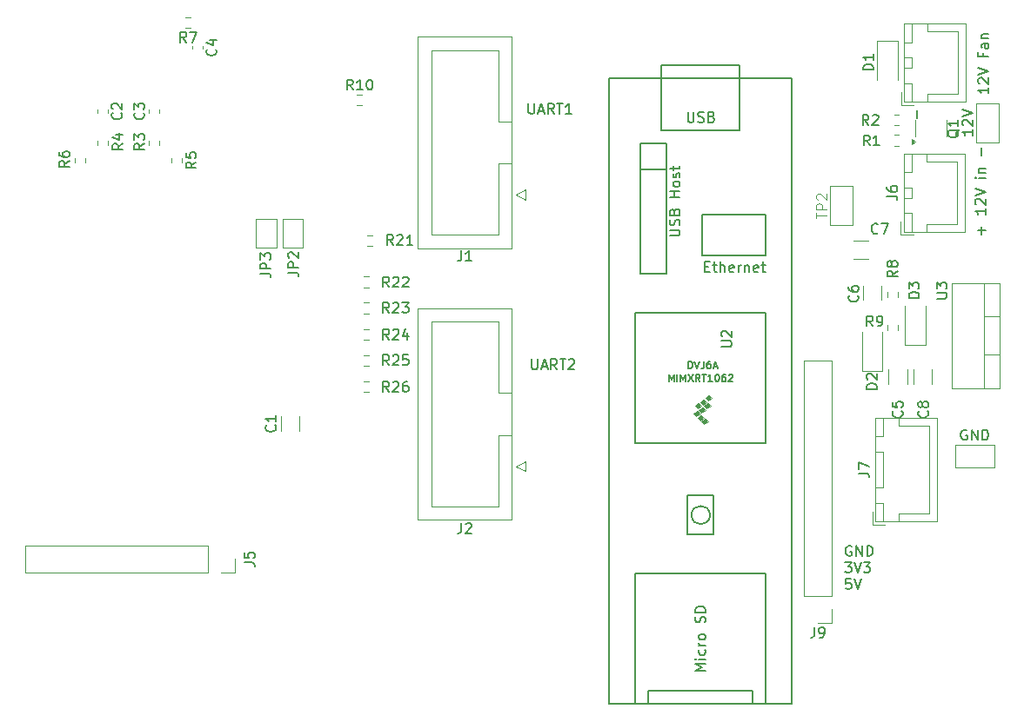
<source format=gbr>
%TF.GenerationSoftware,KiCad,Pcbnew,8.0.1*%
%TF.CreationDate,2024-04-21T23:41:19+02:00*%
%TF.ProjectId,PreciPSLoadFront,50726563-6950-4534-9c6f-616446726f6e,rev?*%
%TF.SameCoordinates,Original*%
%TF.FileFunction,Legend,Top*%
%TF.FilePolarity,Positive*%
%FSLAX46Y46*%
G04 Gerber Fmt 4.6, Leading zero omitted, Abs format (unit mm)*
G04 Created by KiCad (PCBNEW 8.0.1) date 2024-04-21 23:41:19*
%MOMM*%
%LPD*%
G01*
G04 APERTURE LIST*
%ADD10C,0.150000*%
%ADD11C,0.100000*%
%ADD12C,0.120000*%
G04 APERTURE END LIST*
D10*
X135360588Y-78797550D02*
X135265350Y-78749931D01*
X135265350Y-78749931D02*
X135122493Y-78749931D01*
X135122493Y-78749931D02*
X134979636Y-78797550D01*
X134979636Y-78797550D02*
X134884398Y-78892788D01*
X134884398Y-78892788D02*
X134836779Y-78988026D01*
X134836779Y-78988026D02*
X134789160Y-79178502D01*
X134789160Y-79178502D02*
X134789160Y-79321359D01*
X134789160Y-79321359D02*
X134836779Y-79511835D01*
X134836779Y-79511835D02*
X134884398Y-79607073D01*
X134884398Y-79607073D02*
X134979636Y-79702312D01*
X134979636Y-79702312D02*
X135122493Y-79749931D01*
X135122493Y-79749931D02*
X135217731Y-79749931D01*
X135217731Y-79749931D02*
X135360588Y-79702312D01*
X135360588Y-79702312D02*
X135408207Y-79654692D01*
X135408207Y-79654692D02*
X135408207Y-79321359D01*
X135408207Y-79321359D02*
X135217731Y-79321359D01*
X135836779Y-79749931D02*
X135836779Y-78749931D01*
X135836779Y-78749931D02*
X136408207Y-79749931D01*
X136408207Y-79749931D02*
X136408207Y-78749931D01*
X136884398Y-79749931D02*
X136884398Y-78749931D01*
X136884398Y-78749931D02*
X137122493Y-78749931D01*
X137122493Y-78749931D02*
X137265350Y-78797550D01*
X137265350Y-78797550D02*
X137360588Y-78892788D01*
X137360588Y-78892788D02*
X137408207Y-78988026D01*
X137408207Y-78988026D02*
X137455826Y-79178502D01*
X137455826Y-79178502D02*
X137455826Y-79321359D01*
X137455826Y-79321359D02*
X137408207Y-79511835D01*
X137408207Y-79511835D02*
X137360588Y-79607073D01*
X137360588Y-79607073D02*
X137265350Y-79702312D01*
X137265350Y-79702312D02*
X137122493Y-79749931D01*
X137122493Y-79749931D02*
X136884398Y-79749931D01*
X134741541Y-80359875D02*
X135360588Y-80359875D01*
X135360588Y-80359875D02*
X135027255Y-80740827D01*
X135027255Y-80740827D02*
X135170112Y-80740827D01*
X135170112Y-80740827D02*
X135265350Y-80788446D01*
X135265350Y-80788446D02*
X135312969Y-80836065D01*
X135312969Y-80836065D02*
X135360588Y-80931303D01*
X135360588Y-80931303D02*
X135360588Y-81169398D01*
X135360588Y-81169398D02*
X135312969Y-81264636D01*
X135312969Y-81264636D02*
X135265350Y-81312256D01*
X135265350Y-81312256D02*
X135170112Y-81359875D01*
X135170112Y-81359875D02*
X134884398Y-81359875D01*
X134884398Y-81359875D02*
X134789160Y-81312256D01*
X134789160Y-81312256D02*
X134741541Y-81264636D01*
X135646303Y-80359875D02*
X135979636Y-81359875D01*
X135979636Y-81359875D02*
X136312969Y-80359875D01*
X136551065Y-80359875D02*
X137170112Y-80359875D01*
X137170112Y-80359875D02*
X136836779Y-80740827D01*
X136836779Y-80740827D02*
X136979636Y-80740827D01*
X136979636Y-80740827D02*
X137074874Y-80788446D01*
X137074874Y-80788446D02*
X137122493Y-80836065D01*
X137122493Y-80836065D02*
X137170112Y-80931303D01*
X137170112Y-80931303D02*
X137170112Y-81169398D01*
X137170112Y-81169398D02*
X137122493Y-81264636D01*
X137122493Y-81264636D02*
X137074874Y-81312256D01*
X137074874Y-81312256D02*
X136979636Y-81359875D01*
X136979636Y-81359875D02*
X136693922Y-81359875D01*
X136693922Y-81359875D02*
X136598684Y-81312256D01*
X136598684Y-81312256D02*
X136551065Y-81264636D01*
X135312969Y-81969819D02*
X134836779Y-81969819D01*
X134836779Y-81969819D02*
X134789160Y-82446009D01*
X134789160Y-82446009D02*
X134836779Y-82398390D01*
X134836779Y-82398390D02*
X134932017Y-82350771D01*
X134932017Y-82350771D02*
X135170112Y-82350771D01*
X135170112Y-82350771D02*
X135265350Y-82398390D01*
X135265350Y-82398390D02*
X135312969Y-82446009D01*
X135312969Y-82446009D02*
X135360588Y-82541247D01*
X135360588Y-82541247D02*
X135360588Y-82779342D01*
X135360588Y-82779342D02*
X135312969Y-82874580D01*
X135312969Y-82874580D02*
X135265350Y-82922200D01*
X135265350Y-82922200D02*
X135170112Y-82969819D01*
X135170112Y-82969819D02*
X134932017Y-82969819D01*
X134932017Y-82969819D02*
X134836779Y-82922200D01*
X134836779Y-82922200D02*
X134789160Y-82874580D01*
X135646303Y-81969819D02*
X135979636Y-82969819D01*
X135979636Y-82969819D02*
X136312969Y-81969819D01*
X104236779Y-60569819D02*
X104236779Y-61379342D01*
X104236779Y-61379342D02*
X104284398Y-61474580D01*
X104284398Y-61474580D02*
X104332017Y-61522200D01*
X104332017Y-61522200D02*
X104427255Y-61569819D01*
X104427255Y-61569819D02*
X104617731Y-61569819D01*
X104617731Y-61569819D02*
X104712969Y-61522200D01*
X104712969Y-61522200D02*
X104760588Y-61474580D01*
X104760588Y-61474580D02*
X104808207Y-61379342D01*
X104808207Y-61379342D02*
X104808207Y-60569819D01*
X105236779Y-61284104D02*
X105712969Y-61284104D01*
X105141541Y-61569819D02*
X105474874Y-60569819D01*
X105474874Y-60569819D02*
X105808207Y-61569819D01*
X106712969Y-61569819D02*
X106379636Y-61093628D01*
X106141541Y-61569819D02*
X106141541Y-60569819D01*
X106141541Y-60569819D02*
X106522493Y-60569819D01*
X106522493Y-60569819D02*
X106617731Y-60617438D01*
X106617731Y-60617438D02*
X106665350Y-60665057D01*
X106665350Y-60665057D02*
X106712969Y-60760295D01*
X106712969Y-60760295D02*
X106712969Y-60903152D01*
X106712969Y-60903152D02*
X106665350Y-60998390D01*
X106665350Y-60998390D02*
X106617731Y-61046009D01*
X106617731Y-61046009D02*
X106522493Y-61093628D01*
X106522493Y-61093628D02*
X106141541Y-61093628D01*
X106998684Y-60569819D02*
X107570112Y-60569819D01*
X107284398Y-61569819D02*
X107284398Y-60569819D01*
X107855827Y-60665057D02*
X107903446Y-60617438D01*
X107903446Y-60617438D02*
X107998684Y-60569819D01*
X107998684Y-60569819D02*
X108236779Y-60569819D01*
X108236779Y-60569819D02*
X108332017Y-60617438D01*
X108332017Y-60617438D02*
X108379636Y-60665057D01*
X108379636Y-60665057D02*
X108427255Y-60760295D01*
X108427255Y-60760295D02*
X108427255Y-60855533D01*
X108427255Y-60855533D02*
X108379636Y-60998390D01*
X108379636Y-60998390D02*
X107808208Y-61569819D01*
X107808208Y-61569819D02*
X108427255Y-61569819D01*
X103936779Y-35669819D02*
X103936779Y-36479342D01*
X103936779Y-36479342D02*
X103984398Y-36574580D01*
X103984398Y-36574580D02*
X104032017Y-36622200D01*
X104032017Y-36622200D02*
X104127255Y-36669819D01*
X104127255Y-36669819D02*
X104317731Y-36669819D01*
X104317731Y-36669819D02*
X104412969Y-36622200D01*
X104412969Y-36622200D02*
X104460588Y-36574580D01*
X104460588Y-36574580D02*
X104508207Y-36479342D01*
X104508207Y-36479342D02*
X104508207Y-35669819D01*
X104936779Y-36384104D02*
X105412969Y-36384104D01*
X104841541Y-36669819D02*
X105174874Y-35669819D01*
X105174874Y-35669819D02*
X105508207Y-36669819D01*
X106412969Y-36669819D02*
X106079636Y-36193628D01*
X105841541Y-36669819D02*
X105841541Y-35669819D01*
X105841541Y-35669819D02*
X106222493Y-35669819D01*
X106222493Y-35669819D02*
X106317731Y-35717438D01*
X106317731Y-35717438D02*
X106365350Y-35765057D01*
X106365350Y-35765057D02*
X106412969Y-35860295D01*
X106412969Y-35860295D02*
X106412969Y-36003152D01*
X106412969Y-36003152D02*
X106365350Y-36098390D01*
X106365350Y-36098390D02*
X106317731Y-36146009D01*
X106317731Y-36146009D02*
X106222493Y-36193628D01*
X106222493Y-36193628D02*
X105841541Y-36193628D01*
X106698684Y-35669819D02*
X107270112Y-35669819D01*
X106984398Y-36669819D02*
X106984398Y-35669819D01*
X108127255Y-36669819D02*
X107555827Y-36669819D01*
X107841541Y-36669819D02*
X107841541Y-35669819D01*
X107841541Y-35669819D02*
X107746303Y-35812676D01*
X107746303Y-35812676D02*
X107651065Y-35907914D01*
X107651065Y-35907914D02*
X107555827Y-35955533D01*
X141726366Y-37113220D02*
X141726366Y-36351316D01*
X148707319Y-34089411D02*
X148707319Y-34660839D01*
X148707319Y-34375125D02*
X147707319Y-34375125D01*
X147707319Y-34375125D02*
X147850176Y-34470363D01*
X147850176Y-34470363D02*
X147945414Y-34565601D01*
X147945414Y-34565601D02*
X147993033Y-34660839D01*
X147802557Y-33708458D02*
X147754938Y-33660839D01*
X147754938Y-33660839D02*
X147707319Y-33565601D01*
X147707319Y-33565601D02*
X147707319Y-33327506D01*
X147707319Y-33327506D02*
X147754938Y-33232268D01*
X147754938Y-33232268D02*
X147802557Y-33184649D01*
X147802557Y-33184649D02*
X147897795Y-33137030D01*
X147897795Y-33137030D02*
X147993033Y-33137030D01*
X147993033Y-33137030D02*
X148135890Y-33184649D01*
X148135890Y-33184649D02*
X148707319Y-33756077D01*
X148707319Y-33756077D02*
X148707319Y-33137030D01*
X147707319Y-32851315D02*
X148707319Y-32517982D01*
X148707319Y-32517982D02*
X147707319Y-32184649D01*
X148183509Y-30756077D02*
X148183509Y-31089410D01*
X148707319Y-31089410D02*
X147707319Y-31089410D01*
X147707319Y-31089410D02*
X147707319Y-30613220D01*
X148707319Y-29803696D02*
X148183509Y-29803696D01*
X148183509Y-29803696D02*
X148088271Y-29851315D01*
X148088271Y-29851315D02*
X148040652Y-29946553D01*
X148040652Y-29946553D02*
X148040652Y-30137029D01*
X148040652Y-30137029D02*
X148088271Y-30232267D01*
X148659700Y-29803696D02*
X148707319Y-29898934D01*
X148707319Y-29898934D02*
X148707319Y-30137029D01*
X148707319Y-30137029D02*
X148659700Y-30232267D01*
X148659700Y-30232267D02*
X148564461Y-30279886D01*
X148564461Y-30279886D02*
X148469223Y-30279886D01*
X148469223Y-30279886D02*
X148373985Y-30232267D01*
X148373985Y-30232267D02*
X148326366Y-30137029D01*
X148326366Y-30137029D02*
X148326366Y-29898934D01*
X148326366Y-29898934D02*
X148278747Y-29803696D01*
X148040652Y-29327505D02*
X148707319Y-29327505D01*
X148135890Y-29327505D02*
X148088271Y-29279886D01*
X148088271Y-29279886D02*
X148040652Y-29184648D01*
X148040652Y-29184648D02*
X148040652Y-29041791D01*
X148040652Y-29041791D02*
X148088271Y-28946553D01*
X148088271Y-28946553D02*
X148183509Y-28898934D01*
X148183509Y-28898934D02*
X148707319Y-28898934D01*
X148026366Y-48413220D02*
X148026366Y-47651316D01*
X148407319Y-48032268D02*
X147645414Y-48032268D01*
X148407319Y-45889411D02*
X148407319Y-46460839D01*
X148407319Y-46175125D02*
X147407319Y-46175125D01*
X147407319Y-46175125D02*
X147550176Y-46270363D01*
X147550176Y-46270363D02*
X147645414Y-46365601D01*
X147645414Y-46365601D02*
X147693033Y-46460839D01*
X147502557Y-45508458D02*
X147454938Y-45460839D01*
X147454938Y-45460839D02*
X147407319Y-45365601D01*
X147407319Y-45365601D02*
X147407319Y-45127506D01*
X147407319Y-45127506D02*
X147454938Y-45032268D01*
X147454938Y-45032268D02*
X147502557Y-44984649D01*
X147502557Y-44984649D02*
X147597795Y-44937030D01*
X147597795Y-44937030D02*
X147693033Y-44937030D01*
X147693033Y-44937030D02*
X147835890Y-44984649D01*
X147835890Y-44984649D02*
X148407319Y-45556077D01*
X148407319Y-45556077D02*
X148407319Y-44937030D01*
X147407319Y-44651315D02*
X148407319Y-44317982D01*
X148407319Y-44317982D02*
X147407319Y-43984649D01*
X148407319Y-42889410D02*
X147740652Y-42889410D01*
X147407319Y-42889410D02*
X147454938Y-42937029D01*
X147454938Y-42937029D02*
X147502557Y-42889410D01*
X147502557Y-42889410D02*
X147454938Y-42841791D01*
X147454938Y-42841791D02*
X147407319Y-42889410D01*
X147407319Y-42889410D02*
X147502557Y-42889410D01*
X147740652Y-42413220D02*
X148407319Y-42413220D01*
X147835890Y-42413220D02*
X147788271Y-42365601D01*
X147788271Y-42365601D02*
X147740652Y-42270363D01*
X147740652Y-42270363D02*
X147740652Y-42127506D01*
X147740652Y-42127506D02*
X147788271Y-42032268D01*
X147788271Y-42032268D02*
X147883509Y-41984649D01*
X147883509Y-41984649D02*
X148407319Y-41984649D01*
X148026366Y-40746553D02*
X148026366Y-39984649D01*
X122704819Y-59361904D02*
X123514342Y-59361904D01*
X123514342Y-59361904D02*
X123609580Y-59314285D01*
X123609580Y-59314285D02*
X123657200Y-59266666D01*
X123657200Y-59266666D02*
X123704819Y-59171428D01*
X123704819Y-59171428D02*
X123704819Y-58980952D01*
X123704819Y-58980952D02*
X123657200Y-58885714D01*
X123657200Y-58885714D02*
X123609580Y-58838095D01*
X123609580Y-58838095D02*
X123514342Y-58790476D01*
X123514342Y-58790476D02*
X122704819Y-58790476D01*
X122800057Y-58361904D02*
X122752438Y-58314285D01*
X122752438Y-58314285D02*
X122704819Y-58219047D01*
X122704819Y-58219047D02*
X122704819Y-57980952D01*
X122704819Y-57980952D02*
X122752438Y-57885714D01*
X122752438Y-57885714D02*
X122800057Y-57838095D01*
X122800057Y-57838095D02*
X122895295Y-57790476D01*
X122895295Y-57790476D02*
X122990533Y-57790476D01*
X122990533Y-57790476D02*
X123133390Y-57838095D01*
X123133390Y-57838095D02*
X123704819Y-58409523D01*
X123704819Y-58409523D02*
X123704819Y-57790476D01*
X121119456Y-51566009D02*
X121452789Y-51566009D01*
X121595646Y-52089819D02*
X121119456Y-52089819D01*
X121119456Y-52089819D02*
X121119456Y-51089819D01*
X121119456Y-51089819D02*
X121595646Y-51089819D01*
X121881361Y-51423152D02*
X122262313Y-51423152D01*
X122024218Y-51089819D02*
X122024218Y-51946961D01*
X122024218Y-51946961D02*
X122071837Y-52042200D01*
X122071837Y-52042200D02*
X122167075Y-52089819D01*
X122167075Y-52089819D02*
X122262313Y-52089819D01*
X122595647Y-52089819D02*
X122595647Y-51089819D01*
X123024218Y-52089819D02*
X123024218Y-51566009D01*
X123024218Y-51566009D02*
X122976599Y-51470771D01*
X122976599Y-51470771D02*
X122881361Y-51423152D01*
X122881361Y-51423152D02*
X122738504Y-51423152D01*
X122738504Y-51423152D02*
X122643266Y-51470771D01*
X122643266Y-51470771D02*
X122595647Y-51518390D01*
X123881361Y-52042200D02*
X123786123Y-52089819D01*
X123786123Y-52089819D02*
X123595647Y-52089819D01*
X123595647Y-52089819D02*
X123500409Y-52042200D01*
X123500409Y-52042200D02*
X123452790Y-51946961D01*
X123452790Y-51946961D02*
X123452790Y-51566009D01*
X123452790Y-51566009D02*
X123500409Y-51470771D01*
X123500409Y-51470771D02*
X123595647Y-51423152D01*
X123595647Y-51423152D02*
X123786123Y-51423152D01*
X123786123Y-51423152D02*
X123881361Y-51470771D01*
X123881361Y-51470771D02*
X123928980Y-51566009D01*
X123928980Y-51566009D02*
X123928980Y-51661247D01*
X123928980Y-51661247D02*
X123452790Y-51756485D01*
X124357552Y-52089819D02*
X124357552Y-51423152D01*
X124357552Y-51613628D02*
X124405171Y-51518390D01*
X124405171Y-51518390D02*
X124452790Y-51470771D01*
X124452790Y-51470771D02*
X124548028Y-51423152D01*
X124548028Y-51423152D02*
X124643266Y-51423152D01*
X124976600Y-51423152D02*
X124976600Y-52089819D01*
X124976600Y-51518390D02*
X125024219Y-51470771D01*
X125024219Y-51470771D02*
X125119457Y-51423152D01*
X125119457Y-51423152D02*
X125262314Y-51423152D01*
X125262314Y-51423152D02*
X125357552Y-51470771D01*
X125357552Y-51470771D02*
X125405171Y-51566009D01*
X125405171Y-51566009D02*
X125405171Y-52089819D01*
X126262314Y-52042200D02*
X126167076Y-52089819D01*
X126167076Y-52089819D02*
X125976600Y-52089819D01*
X125976600Y-52089819D02*
X125881362Y-52042200D01*
X125881362Y-52042200D02*
X125833743Y-51946961D01*
X125833743Y-51946961D02*
X125833743Y-51566009D01*
X125833743Y-51566009D02*
X125881362Y-51470771D01*
X125881362Y-51470771D02*
X125976600Y-51423152D01*
X125976600Y-51423152D02*
X126167076Y-51423152D01*
X126167076Y-51423152D02*
X126262314Y-51470771D01*
X126262314Y-51470771D02*
X126309933Y-51566009D01*
X126309933Y-51566009D02*
X126309933Y-51661247D01*
X126309933Y-51661247D02*
X125833743Y-51756485D01*
X126595648Y-51423152D02*
X126976600Y-51423152D01*
X126738505Y-51089819D02*
X126738505Y-51946961D01*
X126738505Y-51946961D02*
X126786124Y-52042200D01*
X126786124Y-52042200D02*
X126881362Y-52089819D01*
X126881362Y-52089819D02*
X126976600Y-52089819D01*
X117665619Y-48543723D02*
X118475142Y-48543723D01*
X118475142Y-48543723D02*
X118570380Y-48496104D01*
X118570380Y-48496104D02*
X118618000Y-48448485D01*
X118618000Y-48448485D02*
X118665619Y-48353247D01*
X118665619Y-48353247D02*
X118665619Y-48162771D01*
X118665619Y-48162771D02*
X118618000Y-48067533D01*
X118618000Y-48067533D02*
X118570380Y-48019914D01*
X118570380Y-48019914D02*
X118475142Y-47972295D01*
X118475142Y-47972295D02*
X117665619Y-47972295D01*
X118618000Y-47543723D02*
X118665619Y-47400866D01*
X118665619Y-47400866D02*
X118665619Y-47162771D01*
X118665619Y-47162771D02*
X118618000Y-47067533D01*
X118618000Y-47067533D02*
X118570380Y-47019914D01*
X118570380Y-47019914D02*
X118475142Y-46972295D01*
X118475142Y-46972295D02*
X118379904Y-46972295D01*
X118379904Y-46972295D02*
X118284666Y-47019914D01*
X118284666Y-47019914D02*
X118237047Y-47067533D01*
X118237047Y-47067533D02*
X118189428Y-47162771D01*
X118189428Y-47162771D02*
X118141809Y-47353247D01*
X118141809Y-47353247D02*
X118094190Y-47448485D01*
X118094190Y-47448485D02*
X118046571Y-47496104D01*
X118046571Y-47496104D02*
X117951333Y-47543723D01*
X117951333Y-47543723D02*
X117856095Y-47543723D01*
X117856095Y-47543723D02*
X117760857Y-47496104D01*
X117760857Y-47496104D02*
X117713238Y-47448485D01*
X117713238Y-47448485D02*
X117665619Y-47353247D01*
X117665619Y-47353247D02*
X117665619Y-47115152D01*
X117665619Y-47115152D02*
X117713238Y-46972295D01*
X118141809Y-46210390D02*
X118189428Y-46067533D01*
X118189428Y-46067533D02*
X118237047Y-46019914D01*
X118237047Y-46019914D02*
X118332285Y-45972295D01*
X118332285Y-45972295D02*
X118475142Y-45972295D01*
X118475142Y-45972295D02*
X118570380Y-46019914D01*
X118570380Y-46019914D02*
X118618000Y-46067533D01*
X118618000Y-46067533D02*
X118665619Y-46162771D01*
X118665619Y-46162771D02*
X118665619Y-46543723D01*
X118665619Y-46543723D02*
X117665619Y-46543723D01*
X117665619Y-46543723D02*
X117665619Y-46210390D01*
X117665619Y-46210390D02*
X117713238Y-46115152D01*
X117713238Y-46115152D02*
X117760857Y-46067533D01*
X117760857Y-46067533D02*
X117856095Y-46019914D01*
X117856095Y-46019914D02*
X117951333Y-46019914D01*
X117951333Y-46019914D02*
X118046571Y-46067533D01*
X118046571Y-46067533D02*
X118094190Y-46115152D01*
X118094190Y-46115152D02*
X118141809Y-46210390D01*
X118141809Y-46210390D02*
X118141809Y-46543723D01*
X118665619Y-44781818D02*
X117665619Y-44781818D01*
X118141809Y-44781818D02*
X118141809Y-44210390D01*
X118665619Y-44210390D02*
X117665619Y-44210390D01*
X118665619Y-43591342D02*
X118618000Y-43686580D01*
X118618000Y-43686580D02*
X118570380Y-43734199D01*
X118570380Y-43734199D02*
X118475142Y-43781818D01*
X118475142Y-43781818D02*
X118189428Y-43781818D01*
X118189428Y-43781818D02*
X118094190Y-43734199D01*
X118094190Y-43734199D02*
X118046571Y-43686580D01*
X118046571Y-43686580D02*
X117998952Y-43591342D01*
X117998952Y-43591342D02*
X117998952Y-43448485D01*
X117998952Y-43448485D02*
X118046571Y-43353247D01*
X118046571Y-43353247D02*
X118094190Y-43305628D01*
X118094190Y-43305628D02*
X118189428Y-43258009D01*
X118189428Y-43258009D02*
X118475142Y-43258009D01*
X118475142Y-43258009D02*
X118570380Y-43305628D01*
X118570380Y-43305628D02*
X118618000Y-43353247D01*
X118618000Y-43353247D02*
X118665619Y-43448485D01*
X118665619Y-43448485D02*
X118665619Y-43591342D01*
X118618000Y-42877056D02*
X118665619Y-42781818D01*
X118665619Y-42781818D02*
X118665619Y-42591342D01*
X118665619Y-42591342D02*
X118618000Y-42496104D01*
X118618000Y-42496104D02*
X118522761Y-42448485D01*
X118522761Y-42448485D02*
X118475142Y-42448485D01*
X118475142Y-42448485D02*
X118379904Y-42496104D01*
X118379904Y-42496104D02*
X118332285Y-42591342D01*
X118332285Y-42591342D02*
X118332285Y-42734199D01*
X118332285Y-42734199D02*
X118284666Y-42829437D01*
X118284666Y-42829437D02*
X118189428Y-42877056D01*
X118189428Y-42877056D02*
X118141809Y-42877056D01*
X118141809Y-42877056D02*
X118046571Y-42829437D01*
X118046571Y-42829437D02*
X117998952Y-42734199D01*
X117998952Y-42734199D02*
X117998952Y-42591342D01*
X117998952Y-42591342D02*
X118046571Y-42496104D01*
X117998952Y-42162770D02*
X117998952Y-41781818D01*
X117665619Y-42019913D02*
X118522761Y-42019913D01*
X118522761Y-42019913D02*
X118618000Y-41972294D01*
X118618000Y-41972294D02*
X118665619Y-41877056D01*
X118665619Y-41877056D02*
X118665619Y-41781818D01*
X119438095Y-36484819D02*
X119438095Y-37294342D01*
X119438095Y-37294342D02*
X119485714Y-37389580D01*
X119485714Y-37389580D02*
X119533333Y-37437200D01*
X119533333Y-37437200D02*
X119628571Y-37484819D01*
X119628571Y-37484819D02*
X119819047Y-37484819D01*
X119819047Y-37484819D02*
X119914285Y-37437200D01*
X119914285Y-37437200D02*
X119961904Y-37389580D01*
X119961904Y-37389580D02*
X120009523Y-37294342D01*
X120009523Y-37294342D02*
X120009523Y-36484819D01*
X120438095Y-37437200D02*
X120580952Y-37484819D01*
X120580952Y-37484819D02*
X120819047Y-37484819D01*
X120819047Y-37484819D02*
X120914285Y-37437200D01*
X120914285Y-37437200D02*
X120961904Y-37389580D01*
X120961904Y-37389580D02*
X121009523Y-37294342D01*
X121009523Y-37294342D02*
X121009523Y-37199104D01*
X121009523Y-37199104D02*
X120961904Y-37103866D01*
X120961904Y-37103866D02*
X120914285Y-37056247D01*
X120914285Y-37056247D02*
X120819047Y-37008628D01*
X120819047Y-37008628D02*
X120628571Y-36961009D01*
X120628571Y-36961009D02*
X120533333Y-36913390D01*
X120533333Y-36913390D02*
X120485714Y-36865771D01*
X120485714Y-36865771D02*
X120438095Y-36770533D01*
X120438095Y-36770533D02*
X120438095Y-36675295D01*
X120438095Y-36675295D02*
X120485714Y-36580057D01*
X120485714Y-36580057D02*
X120533333Y-36532438D01*
X120533333Y-36532438D02*
X120628571Y-36484819D01*
X120628571Y-36484819D02*
X120866666Y-36484819D01*
X120866666Y-36484819D02*
X121009523Y-36532438D01*
X121771428Y-36961009D02*
X121914285Y-37008628D01*
X121914285Y-37008628D02*
X121961904Y-37056247D01*
X121961904Y-37056247D02*
X122009523Y-37151485D01*
X122009523Y-37151485D02*
X122009523Y-37294342D01*
X122009523Y-37294342D02*
X121961904Y-37389580D01*
X121961904Y-37389580D02*
X121914285Y-37437200D01*
X121914285Y-37437200D02*
X121819047Y-37484819D01*
X121819047Y-37484819D02*
X121438095Y-37484819D01*
X121438095Y-37484819D02*
X121438095Y-36484819D01*
X121438095Y-36484819D02*
X121771428Y-36484819D01*
X121771428Y-36484819D02*
X121866666Y-36532438D01*
X121866666Y-36532438D02*
X121914285Y-36580057D01*
X121914285Y-36580057D02*
X121961904Y-36675295D01*
X121961904Y-36675295D02*
X121961904Y-36770533D01*
X121961904Y-36770533D02*
X121914285Y-36865771D01*
X121914285Y-36865771D02*
X121866666Y-36913390D01*
X121866666Y-36913390D02*
X121771428Y-36961009D01*
X121771428Y-36961009D02*
X121438095Y-36961009D01*
X121154819Y-90949047D02*
X120154819Y-90949047D01*
X120154819Y-90949047D02*
X120869104Y-90615714D01*
X120869104Y-90615714D02*
X120154819Y-90282381D01*
X120154819Y-90282381D02*
X121154819Y-90282381D01*
X121154819Y-89806190D02*
X120488152Y-89806190D01*
X120154819Y-89806190D02*
X120202438Y-89853809D01*
X120202438Y-89853809D02*
X120250057Y-89806190D01*
X120250057Y-89806190D02*
X120202438Y-89758571D01*
X120202438Y-89758571D02*
X120154819Y-89806190D01*
X120154819Y-89806190D02*
X120250057Y-89806190D01*
X121107200Y-88901429D02*
X121154819Y-88996667D01*
X121154819Y-88996667D02*
X121154819Y-89187143D01*
X121154819Y-89187143D02*
X121107200Y-89282381D01*
X121107200Y-89282381D02*
X121059580Y-89330000D01*
X121059580Y-89330000D02*
X120964342Y-89377619D01*
X120964342Y-89377619D02*
X120678628Y-89377619D01*
X120678628Y-89377619D02*
X120583390Y-89330000D01*
X120583390Y-89330000D02*
X120535771Y-89282381D01*
X120535771Y-89282381D02*
X120488152Y-89187143D01*
X120488152Y-89187143D02*
X120488152Y-88996667D01*
X120488152Y-88996667D02*
X120535771Y-88901429D01*
X121154819Y-88472857D02*
X120488152Y-88472857D01*
X120678628Y-88472857D02*
X120583390Y-88425238D01*
X120583390Y-88425238D02*
X120535771Y-88377619D01*
X120535771Y-88377619D02*
X120488152Y-88282381D01*
X120488152Y-88282381D02*
X120488152Y-88187143D01*
X121154819Y-87710952D02*
X121107200Y-87806190D01*
X121107200Y-87806190D02*
X121059580Y-87853809D01*
X121059580Y-87853809D02*
X120964342Y-87901428D01*
X120964342Y-87901428D02*
X120678628Y-87901428D01*
X120678628Y-87901428D02*
X120583390Y-87853809D01*
X120583390Y-87853809D02*
X120535771Y-87806190D01*
X120535771Y-87806190D02*
X120488152Y-87710952D01*
X120488152Y-87710952D02*
X120488152Y-87568095D01*
X120488152Y-87568095D02*
X120535771Y-87472857D01*
X120535771Y-87472857D02*
X120583390Y-87425238D01*
X120583390Y-87425238D02*
X120678628Y-87377619D01*
X120678628Y-87377619D02*
X120964342Y-87377619D01*
X120964342Y-87377619D02*
X121059580Y-87425238D01*
X121059580Y-87425238D02*
X121107200Y-87472857D01*
X121107200Y-87472857D02*
X121154819Y-87568095D01*
X121154819Y-87568095D02*
X121154819Y-87710952D01*
X121107200Y-86234761D02*
X121154819Y-86091904D01*
X121154819Y-86091904D02*
X121154819Y-85853809D01*
X121154819Y-85853809D02*
X121107200Y-85758571D01*
X121107200Y-85758571D02*
X121059580Y-85710952D01*
X121059580Y-85710952D02*
X120964342Y-85663333D01*
X120964342Y-85663333D02*
X120869104Y-85663333D01*
X120869104Y-85663333D02*
X120773866Y-85710952D01*
X120773866Y-85710952D02*
X120726247Y-85758571D01*
X120726247Y-85758571D02*
X120678628Y-85853809D01*
X120678628Y-85853809D02*
X120631009Y-86044285D01*
X120631009Y-86044285D02*
X120583390Y-86139523D01*
X120583390Y-86139523D02*
X120535771Y-86187142D01*
X120535771Y-86187142D02*
X120440533Y-86234761D01*
X120440533Y-86234761D02*
X120345295Y-86234761D01*
X120345295Y-86234761D02*
X120250057Y-86187142D01*
X120250057Y-86187142D02*
X120202438Y-86139523D01*
X120202438Y-86139523D02*
X120154819Y-86044285D01*
X120154819Y-86044285D02*
X120154819Y-85806190D01*
X120154819Y-85806190D02*
X120202438Y-85663333D01*
X121154819Y-85234761D02*
X120154819Y-85234761D01*
X120154819Y-85234761D02*
X120154819Y-84996666D01*
X120154819Y-84996666D02*
X120202438Y-84853809D01*
X120202438Y-84853809D02*
X120297676Y-84758571D01*
X120297676Y-84758571D02*
X120392914Y-84710952D01*
X120392914Y-84710952D02*
X120583390Y-84663333D01*
X120583390Y-84663333D02*
X120726247Y-84663333D01*
X120726247Y-84663333D02*
X120916723Y-84710952D01*
X120916723Y-84710952D02*
X121011961Y-84758571D01*
X121011961Y-84758571D02*
X121107200Y-84853809D01*
X121107200Y-84853809D02*
X121154819Y-84996666D01*
X121154819Y-84996666D02*
X121154819Y-85234761D01*
X119496666Y-61476033D02*
X119496666Y-60776033D01*
X119496666Y-60776033D02*
X119663333Y-60776033D01*
X119663333Y-60776033D02*
X119763333Y-60809366D01*
X119763333Y-60809366D02*
X119830000Y-60876033D01*
X119830000Y-60876033D02*
X119863333Y-60942700D01*
X119863333Y-60942700D02*
X119896666Y-61076033D01*
X119896666Y-61076033D02*
X119896666Y-61176033D01*
X119896666Y-61176033D02*
X119863333Y-61309366D01*
X119863333Y-61309366D02*
X119830000Y-61376033D01*
X119830000Y-61376033D02*
X119763333Y-61442700D01*
X119763333Y-61442700D02*
X119663333Y-61476033D01*
X119663333Y-61476033D02*
X119496666Y-61476033D01*
X120096666Y-60776033D02*
X120330000Y-61476033D01*
X120330000Y-61476033D02*
X120563333Y-60776033D01*
X120996666Y-60776033D02*
X120996666Y-61276033D01*
X120996666Y-61276033D02*
X120963333Y-61376033D01*
X120963333Y-61376033D02*
X120896666Y-61442700D01*
X120896666Y-61442700D02*
X120796666Y-61476033D01*
X120796666Y-61476033D02*
X120730000Y-61476033D01*
X121629999Y-60776033D02*
X121496666Y-60776033D01*
X121496666Y-60776033D02*
X121429999Y-60809366D01*
X121429999Y-60809366D02*
X121396666Y-60842700D01*
X121396666Y-60842700D02*
X121329999Y-60942700D01*
X121329999Y-60942700D02*
X121296666Y-61076033D01*
X121296666Y-61076033D02*
X121296666Y-61342700D01*
X121296666Y-61342700D02*
X121329999Y-61409366D01*
X121329999Y-61409366D02*
X121363333Y-61442700D01*
X121363333Y-61442700D02*
X121429999Y-61476033D01*
X121429999Y-61476033D02*
X121563333Y-61476033D01*
X121563333Y-61476033D02*
X121629999Y-61442700D01*
X121629999Y-61442700D02*
X121663333Y-61409366D01*
X121663333Y-61409366D02*
X121696666Y-61342700D01*
X121696666Y-61342700D02*
X121696666Y-61176033D01*
X121696666Y-61176033D02*
X121663333Y-61109366D01*
X121663333Y-61109366D02*
X121629999Y-61076033D01*
X121629999Y-61076033D02*
X121563333Y-61042700D01*
X121563333Y-61042700D02*
X121429999Y-61042700D01*
X121429999Y-61042700D02*
X121363333Y-61076033D01*
X121363333Y-61076033D02*
X121329999Y-61109366D01*
X121329999Y-61109366D02*
X121296666Y-61176033D01*
X121963333Y-61276033D02*
X122296666Y-61276033D01*
X121896666Y-61476033D02*
X122130000Y-60776033D01*
X122130000Y-60776033D02*
X122363333Y-61476033D01*
X117616666Y-62746033D02*
X117616666Y-62046033D01*
X117616666Y-62046033D02*
X117850000Y-62546033D01*
X117850000Y-62546033D02*
X118083333Y-62046033D01*
X118083333Y-62046033D02*
X118083333Y-62746033D01*
X118416666Y-62746033D02*
X118416666Y-62046033D01*
X118749999Y-62746033D02*
X118749999Y-62046033D01*
X118749999Y-62046033D02*
X118983333Y-62546033D01*
X118983333Y-62546033D02*
X119216666Y-62046033D01*
X119216666Y-62046033D02*
X119216666Y-62746033D01*
X119483333Y-62046033D02*
X119949999Y-62746033D01*
X119949999Y-62046033D02*
X119483333Y-62746033D01*
X120616666Y-62746033D02*
X120383333Y-62412700D01*
X120216666Y-62746033D02*
X120216666Y-62046033D01*
X120216666Y-62046033D02*
X120483333Y-62046033D01*
X120483333Y-62046033D02*
X120550000Y-62079366D01*
X120550000Y-62079366D02*
X120583333Y-62112700D01*
X120583333Y-62112700D02*
X120616666Y-62179366D01*
X120616666Y-62179366D02*
X120616666Y-62279366D01*
X120616666Y-62279366D02*
X120583333Y-62346033D01*
X120583333Y-62346033D02*
X120550000Y-62379366D01*
X120550000Y-62379366D02*
X120483333Y-62412700D01*
X120483333Y-62412700D02*
X120216666Y-62412700D01*
X120816666Y-62046033D02*
X121216666Y-62046033D01*
X121016666Y-62746033D02*
X121016666Y-62046033D01*
X121816666Y-62746033D02*
X121416666Y-62746033D01*
X121616666Y-62746033D02*
X121616666Y-62046033D01*
X121616666Y-62046033D02*
X121549999Y-62146033D01*
X121549999Y-62146033D02*
X121483333Y-62212700D01*
X121483333Y-62212700D02*
X121416666Y-62246033D01*
X122250000Y-62046033D02*
X122316666Y-62046033D01*
X122316666Y-62046033D02*
X122383333Y-62079366D01*
X122383333Y-62079366D02*
X122416666Y-62112700D01*
X122416666Y-62112700D02*
X122450000Y-62179366D01*
X122450000Y-62179366D02*
X122483333Y-62312700D01*
X122483333Y-62312700D02*
X122483333Y-62479366D01*
X122483333Y-62479366D02*
X122450000Y-62612700D01*
X122450000Y-62612700D02*
X122416666Y-62679366D01*
X122416666Y-62679366D02*
X122383333Y-62712700D01*
X122383333Y-62712700D02*
X122316666Y-62746033D01*
X122316666Y-62746033D02*
X122250000Y-62746033D01*
X122250000Y-62746033D02*
X122183333Y-62712700D01*
X122183333Y-62712700D02*
X122150000Y-62679366D01*
X122150000Y-62679366D02*
X122116666Y-62612700D01*
X122116666Y-62612700D02*
X122083333Y-62479366D01*
X122083333Y-62479366D02*
X122083333Y-62312700D01*
X122083333Y-62312700D02*
X122116666Y-62179366D01*
X122116666Y-62179366D02*
X122150000Y-62112700D01*
X122150000Y-62112700D02*
X122183333Y-62079366D01*
X122183333Y-62079366D02*
X122250000Y-62046033D01*
X123083333Y-62046033D02*
X122950000Y-62046033D01*
X122950000Y-62046033D02*
X122883333Y-62079366D01*
X122883333Y-62079366D02*
X122850000Y-62112700D01*
X122850000Y-62112700D02*
X122783333Y-62212700D01*
X122783333Y-62212700D02*
X122750000Y-62346033D01*
X122750000Y-62346033D02*
X122750000Y-62612700D01*
X122750000Y-62612700D02*
X122783333Y-62679366D01*
X122783333Y-62679366D02*
X122816667Y-62712700D01*
X122816667Y-62712700D02*
X122883333Y-62746033D01*
X122883333Y-62746033D02*
X123016667Y-62746033D01*
X123016667Y-62746033D02*
X123083333Y-62712700D01*
X123083333Y-62712700D02*
X123116667Y-62679366D01*
X123116667Y-62679366D02*
X123150000Y-62612700D01*
X123150000Y-62612700D02*
X123150000Y-62446033D01*
X123150000Y-62446033D02*
X123116667Y-62379366D01*
X123116667Y-62379366D02*
X123083333Y-62346033D01*
X123083333Y-62346033D02*
X123016667Y-62312700D01*
X123016667Y-62312700D02*
X122883333Y-62312700D01*
X122883333Y-62312700D02*
X122816667Y-62346033D01*
X122816667Y-62346033D02*
X122783333Y-62379366D01*
X122783333Y-62379366D02*
X122750000Y-62446033D01*
X123416667Y-62112700D02*
X123450000Y-62079366D01*
X123450000Y-62079366D02*
X123516667Y-62046033D01*
X123516667Y-62046033D02*
X123683334Y-62046033D01*
X123683334Y-62046033D02*
X123750000Y-62079366D01*
X123750000Y-62079366D02*
X123783334Y-62112700D01*
X123783334Y-62112700D02*
X123816667Y-62179366D01*
X123816667Y-62179366D02*
X123816667Y-62246033D01*
X123816667Y-62246033D02*
X123783334Y-62346033D01*
X123783334Y-62346033D02*
X123383334Y-62746033D01*
X123383334Y-62746033D02*
X123816667Y-62746033D01*
X131766666Y-86704819D02*
X131766666Y-87419104D01*
X131766666Y-87419104D02*
X131719047Y-87561961D01*
X131719047Y-87561961D02*
X131623809Y-87657200D01*
X131623809Y-87657200D02*
X131480952Y-87704819D01*
X131480952Y-87704819D02*
X131385714Y-87704819D01*
X132290476Y-87704819D02*
X132480952Y-87704819D01*
X132480952Y-87704819D02*
X132576190Y-87657200D01*
X132576190Y-87657200D02*
X132623809Y-87609580D01*
X132623809Y-87609580D02*
X132719047Y-87466723D01*
X132719047Y-87466723D02*
X132766666Y-87276247D01*
X132766666Y-87276247D02*
X132766666Y-86895295D01*
X132766666Y-86895295D02*
X132719047Y-86800057D01*
X132719047Y-86800057D02*
X132671428Y-86752438D01*
X132671428Y-86752438D02*
X132576190Y-86704819D01*
X132576190Y-86704819D02*
X132385714Y-86704819D01*
X132385714Y-86704819D02*
X132290476Y-86752438D01*
X132290476Y-86752438D02*
X132242857Y-86800057D01*
X132242857Y-86800057D02*
X132195238Y-86895295D01*
X132195238Y-86895295D02*
X132195238Y-87133390D01*
X132195238Y-87133390D02*
X132242857Y-87228628D01*
X132242857Y-87228628D02*
X132290476Y-87276247D01*
X132290476Y-87276247D02*
X132385714Y-87323866D01*
X132385714Y-87323866D02*
X132576190Y-87323866D01*
X132576190Y-87323866D02*
X132671428Y-87276247D01*
X132671428Y-87276247D02*
X132719047Y-87228628D01*
X132719047Y-87228628D02*
X132766666Y-87133390D01*
X140259580Y-65641666D02*
X140307200Y-65689285D01*
X140307200Y-65689285D02*
X140354819Y-65832142D01*
X140354819Y-65832142D02*
X140354819Y-65927380D01*
X140354819Y-65927380D02*
X140307200Y-66070237D01*
X140307200Y-66070237D02*
X140211961Y-66165475D01*
X140211961Y-66165475D02*
X140116723Y-66213094D01*
X140116723Y-66213094D02*
X139926247Y-66260713D01*
X139926247Y-66260713D02*
X139783390Y-66260713D01*
X139783390Y-66260713D02*
X139592914Y-66213094D01*
X139592914Y-66213094D02*
X139497676Y-66165475D01*
X139497676Y-66165475D02*
X139402438Y-66070237D01*
X139402438Y-66070237D02*
X139354819Y-65927380D01*
X139354819Y-65927380D02*
X139354819Y-65832142D01*
X139354819Y-65832142D02*
X139402438Y-65689285D01*
X139402438Y-65689285D02*
X139450057Y-65641666D01*
X139354819Y-64736904D02*
X139354819Y-65213094D01*
X139354819Y-65213094D02*
X139831009Y-65260713D01*
X139831009Y-65260713D02*
X139783390Y-65213094D01*
X139783390Y-65213094D02*
X139735771Y-65117856D01*
X139735771Y-65117856D02*
X139735771Y-64879761D01*
X139735771Y-64879761D02*
X139783390Y-64784523D01*
X139783390Y-64784523D02*
X139831009Y-64736904D01*
X139831009Y-64736904D02*
X139926247Y-64689285D01*
X139926247Y-64689285D02*
X140164342Y-64689285D01*
X140164342Y-64689285D02*
X140259580Y-64736904D01*
X140259580Y-64736904D02*
X140307200Y-64784523D01*
X140307200Y-64784523D02*
X140354819Y-64879761D01*
X140354819Y-64879761D02*
X140354819Y-65117856D01*
X140354819Y-65117856D02*
X140307200Y-65213094D01*
X140307200Y-65213094D02*
X140259580Y-65260713D01*
X136054819Y-71683333D02*
X136769104Y-71683333D01*
X136769104Y-71683333D02*
X136911961Y-71730952D01*
X136911961Y-71730952D02*
X137007200Y-71826190D01*
X137007200Y-71826190D02*
X137054819Y-71969047D01*
X137054819Y-71969047D02*
X137054819Y-72064285D01*
X136054819Y-71302380D02*
X136054819Y-70635714D01*
X136054819Y-70635714D02*
X137054819Y-71064285D01*
X77854819Y-52233333D02*
X78569104Y-52233333D01*
X78569104Y-52233333D02*
X78711961Y-52280952D01*
X78711961Y-52280952D02*
X78807200Y-52376190D01*
X78807200Y-52376190D02*
X78854819Y-52519047D01*
X78854819Y-52519047D02*
X78854819Y-52614285D01*
X78854819Y-51757142D02*
X77854819Y-51757142D01*
X77854819Y-51757142D02*
X77854819Y-51376190D01*
X77854819Y-51376190D02*
X77902438Y-51280952D01*
X77902438Y-51280952D02*
X77950057Y-51233333D01*
X77950057Y-51233333D02*
X78045295Y-51185714D01*
X78045295Y-51185714D02*
X78188152Y-51185714D01*
X78188152Y-51185714D02*
X78283390Y-51233333D01*
X78283390Y-51233333D02*
X78331009Y-51280952D01*
X78331009Y-51280952D02*
X78378628Y-51376190D01*
X78378628Y-51376190D02*
X78378628Y-51757142D01*
X77854819Y-50852380D02*
X77854819Y-50233333D01*
X77854819Y-50233333D02*
X78235771Y-50566666D01*
X78235771Y-50566666D02*
X78235771Y-50423809D01*
X78235771Y-50423809D02*
X78283390Y-50328571D01*
X78283390Y-50328571D02*
X78331009Y-50280952D01*
X78331009Y-50280952D02*
X78426247Y-50233333D01*
X78426247Y-50233333D02*
X78664342Y-50233333D01*
X78664342Y-50233333D02*
X78759580Y-50280952D01*
X78759580Y-50280952D02*
X78807200Y-50328571D01*
X78807200Y-50328571D02*
X78854819Y-50423809D01*
X78854819Y-50423809D02*
X78854819Y-50709523D01*
X78854819Y-50709523D02*
X78807200Y-50804761D01*
X78807200Y-50804761D02*
X78759580Y-50852380D01*
X80554819Y-52133333D02*
X81269104Y-52133333D01*
X81269104Y-52133333D02*
X81411961Y-52180952D01*
X81411961Y-52180952D02*
X81507200Y-52276190D01*
X81507200Y-52276190D02*
X81554819Y-52419047D01*
X81554819Y-52419047D02*
X81554819Y-52514285D01*
X81554819Y-51657142D02*
X80554819Y-51657142D01*
X80554819Y-51657142D02*
X80554819Y-51276190D01*
X80554819Y-51276190D02*
X80602438Y-51180952D01*
X80602438Y-51180952D02*
X80650057Y-51133333D01*
X80650057Y-51133333D02*
X80745295Y-51085714D01*
X80745295Y-51085714D02*
X80888152Y-51085714D01*
X80888152Y-51085714D02*
X80983390Y-51133333D01*
X80983390Y-51133333D02*
X81031009Y-51180952D01*
X81031009Y-51180952D02*
X81078628Y-51276190D01*
X81078628Y-51276190D02*
X81078628Y-51657142D01*
X80650057Y-50704761D02*
X80602438Y-50657142D01*
X80602438Y-50657142D02*
X80554819Y-50561904D01*
X80554819Y-50561904D02*
X80554819Y-50323809D01*
X80554819Y-50323809D02*
X80602438Y-50228571D01*
X80602438Y-50228571D02*
X80650057Y-50180952D01*
X80650057Y-50180952D02*
X80745295Y-50133333D01*
X80745295Y-50133333D02*
X80840533Y-50133333D01*
X80840533Y-50133333D02*
X80983390Y-50180952D01*
X80983390Y-50180952D02*
X81554819Y-50752380D01*
X81554819Y-50752380D02*
X81554819Y-50133333D01*
X86857142Y-34324819D02*
X86523809Y-33848628D01*
X86285714Y-34324819D02*
X86285714Y-33324819D01*
X86285714Y-33324819D02*
X86666666Y-33324819D01*
X86666666Y-33324819D02*
X86761904Y-33372438D01*
X86761904Y-33372438D02*
X86809523Y-33420057D01*
X86809523Y-33420057D02*
X86857142Y-33515295D01*
X86857142Y-33515295D02*
X86857142Y-33658152D01*
X86857142Y-33658152D02*
X86809523Y-33753390D01*
X86809523Y-33753390D02*
X86761904Y-33801009D01*
X86761904Y-33801009D02*
X86666666Y-33848628D01*
X86666666Y-33848628D02*
X86285714Y-33848628D01*
X87809523Y-34324819D02*
X87238095Y-34324819D01*
X87523809Y-34324819D02*
X87523809Y-33324819D01*
X87523809Y-33324819D02*
X87428571Y-33467676D01*
X87428571Y-33467676D02*
X87333333Y-33562914D01*
X87333333Y-33562914D02*
X87238095Y-33610533D01*
X88428571Y-33324819D02*
X88523809Y-33324819D01*
X88523809Y-33324819D02*
X88619047Y-33372438D01*
X88619047Y-33372438D02*
X88666666Y-33420057D01*
X88666666Y-33420057D02*
X88714285Y-33515295D01*
X88714285Y-33515295D02*
X88761904Y-33705771D01*
X88761904Y-33705771D02*
X88761904Y-33943866D01*
X88761904Y-33943866D02*
X88714285Y-34134342D01*
X88714285Y-34134342D02*
X88666666Y-34229580D01*
X88666666Y-34229580D02*
X88619047Y-34277200D01*
X88619047Y-34277200D02*
X88523809Y-34324819D01*
X88523809Y-34324819D02*
X88428571Y-34324819D01*
X88428571Y-34324819D02*
X88333333Y-34277200D01*
X88333333Y-34277200D02*
X88285714Y-34229580D01*
X88285714Y-34229580D02*
X88238095Y-34134342D01*
X88238095Y-34134342D02*
X88190476Y-33943866D01*
X88190476Y-33943866D02*
X88190476Y-33705771D01*
X88190476Y-33705771D02*
X88238095Y-33515295D01*
X88238095Y-33515295D02*
X88285714Y-33420057D01*
X88285714Y-33420057D02*
X88333333Y-33372438D01*
X88333333Y-33372438D02*
X88428571Y-33324819D01*
X64454819Y-39566666D02*
X63978628Y-39899999D01*
X64454819Y-40138094D02*
X63454819Y-40138094D01*
X63454819Y-40138094D02*
X63454819Y-39757142D01*
X63454819Y-39757142D02*
X63502438Y-39661904D01*
X63502438Y-39661904D02*
X63550057Y-39614285D01*
X63550057Y-39614285D02*
X63645295Y-39566666D01*
X63645295Y-39566666D02*
X63788152Y-39566666D01*
X63788152Y-39566666D02*
X63883390Y-39614285D01*
X63883390Y-39614285D02*
X63931009Y-39661904D01*
X63931009Y-39661904D02*
X63978628Y-39757142D01*
X63978628Y-39757142D02*
X63978628Y-40138094D01*
X63788152Y-38709523D02*
X64454819Y-38709523D01*
X63407200Y-38947618D02*
X64121485Y-39185713D01*
X64121485Y-39185713D02*
X64121485Y-38566666D01*
X79259580Y-67016666D02*
X79307200Y-67064285D01*
X79307200Y-67064285D02*
X79354819Y-67207142D01*
X79354819Y-67207142D02*
X79354819Y-67302380D01*
X79354819Y-67302380D02*
X79307200Y-67445237D01*
X79307200Y-67445237D02*
X79211961Y-67540475D01*
X79211961Y-67540475D02*
X79116723Y-67588094D01*
X79116723Y-67588094D02*
X78926247Y-67635713D01*
X78926247Y-67635713D02*
X78783390Y-67635713D01*
X78783390Y-67635713D02*
X78592914Y-67588094D01*
X78592914Y-67588094D02*
X78497676Y-67540475D01*
X78497676Y-67540475D02*
X78402438Y-67445237D01*
X78402438Y-67445237D02*
X78354819Y-67302380D01*
X78354819Y-67302380D02*
X78354819Y-67207142D01*
X78354819Y-67207142D02*
X78402438Y-67064285D01*
X78402438Y-67064285D02*
X78450057Y-67016666D01*
X79354819Y-66064285D02*
X79354819Y-66635713D01*
X79354819Y-66349999D02*
X78354819Y-66349999D01*
X78354819Y-66349999D02*
X78497676Y-66445237D01*
X78497676Y-66445237D02*
X78592914Y-66540475D01*
X78592914Y-66540475D02*
X78640533Y-66635713D01*
X90357142Y-53554819D02*
X90023809Y-53078628D01*
X89785714Y-53554819D02*
X89785714Y-52554819D01*
X89785714Y-52554819D02*
X90166666Y-52554819D01*
X90166666Y-52554819D02*
X90261904Y-52602438D01*
X90261904Y-52602438D02*
X90309523Y-52650057D01*
X90309523Y-52650057D02*
X90357142Y-52745295D01*
X90357142Y-52745295D02*
X90357142Y-52888152D01*
X90357142Y-52888152D02*
X90309523Y-52983390D01*
X90309523Y-52983390D02*
X90261904Y-53031009D01*
X90261904Y-53031009D02*
X90166666Y-53078628D01*
X90166666Y-53078628D02*
X89785714Y-53078628D01*
X90738095Y-52650057D02*
X90785714Y-52602438D01*
X90785714Y-52602438D02*
X90880952Y-52554819D01*
X90880952Y-52554819D02*
X91119047Y-52554819D01*
X91119047Y-52554819D02*
X91214285Y-52602438D01*
X91214285Y-52602438D02*
X91261904Y-52650057D01*
X91261904Y-52650057D02*
X91309523Y-52745295D01*
X91309523Y-52745295D02*
X91309523Y-52840533D01*
X91309523Y-52840533D02*
X91261904Y-52983390D01*
X91261904Y-52983390D02*
X90690476Y-53554819D01*
X90690476Y-53554819D02*
X91309523Y-53554819D01*
X91690476Y-52650057D02*
X91738095Y-52602438D01*
X91738095Y-52602438D02*
X91833333Y-52554819D01*
X91833333Y-52554819D02*
X92071428Y-52554819D01*
X92071428Y-52554819D02*
X92166666Y-52602438D01*
X92166666Y-52602438D02*
X92214285Y-52650057D01*
X92214285Y-52650057D02*
X92261904Y-52745295D01*
X92261904Y-52745295D02*
X92261904Y-52840533D01*
X92261904Y-52840533D02*
X92214285Y-52983390D01*
X92214285Y-52983390D02*
X91642857Y-53554819D01*
X91642857Y-53554819D02*
X92261904Y-53554819D01*
D11*
X131957419Y-46861904D02*
X131957419Y-46290476D01*
X132957419Y-46576190D02*
X131957419Y-46576190D01*
X132957419Y-45957142D02*
X131957419Y-45957142D01*
X131957419Y-45957142D02*
X131957419Y-45576190D01*
X131957419Y-45576190D02*
X132005038Y-45480952D01*
X132005038Y-45480952D02*
X132052657Y-45433333D01*
X132052657Y-45433333D02*
X132147895Y-45385714D01*
X132147895Y-45385714D02*
X132290752Y-45385714D01*
X132290752Y-45385714D02*
X132385990Y-45433333D01*
X132385990Y-45433333D02*
X132433609Y-45480952D01*
X132433609Y-45480952D02*
X132481228Y-45576190D01*
X132481228Y-45576190D02*
X132481228Y-45957142D01*
X132052657Y-45004761D02*
X132005038Y-44957142D01*
X132005038Y-44957142D02*
X131957419Y-44861904D01*
X131957419Y-44861904D02*
X131957419Y-44623809D01*
X131957419Y-44623809D02*
X132005038Y-44528571D01*
X132005038Y-44528571D02*
X132052657Y-44480952D01*
X132052657Y-44480952D02*
X132147895Y-44433333D01*
X132147895Y-44433333D02*
X132243133Y-44433333D01*
X132243133Y-44433333D02*
X132385990Y-44480952D01*
X132385990Y-44480952D02*
X132957419Y-45052380D01*
X132957419Y-45052380D02*
X132957419Y-44433333D01*
D10*
X64289580Y-36566666D02*
X64337200Y-36614285D01*
X64337200Y-36614285D02*
X64384819Y-36757142D01*
X64384819Y-36757142D02*
X64384819Y-36852380D01*
X64384819Y-36852380D02*
X64337200Y-36995237D01*
X64337200Y-36995237D02*
X64241961Y-37090475D01*
X64241961Y-37090475D02*
X64146723Y-37138094D01*
X64146723Y-37138094D02*
X63956247Y-37185713D01*
X63956247Y-37185713D02*
X63813390Y-37185713D01*
X63813390Y-37185713D02*
X63622914Y-37138094D01*
X63622914Y-37138094D02*
X63527676Y-37090475D01*
X63527676Y-37090475D02*
X63432438Y-36995237D01*
X63432438Y-36995237D02*
X63384819Y-36852380D01*
X63384819Y-36852380D02*
X63384819Y-36757142D01*
X63384819Y-36757142D02*
X63432438Y-36614285D01*
X63432438Y-36614285D02*
X63480057Y-36566666D01*
X63480057Y-36185713D02*
X63432438Y-36138094D01*
X63432438Y-36138094D02*
X63384819Y-36042856D01*
X63384819Y-36042856D02*
X63384819Y-35804761D01*
X63384819Y-35804761D02*
X63432438Y-35709523D01*
X63432438Y-35709523D02*
X63480057Y-35661904D01*
X63480057Y-35661904D02*
X63575295Y-35614285D01*
X63575295Y-35614285D02*
X63670533Y-35614285D01*
X63670533Y-35614285D02*
X63813390Y-35661904D01*
X63813390Y-35661904D02*
X64384819Y-36233332D01*
X64384819Y-36233332D02*
X64384819Y-35614285D01*
X137933333Y-48259580D02*
X137885714Y-48307200D01*
X137885714Y-48307200D02*
X137742857Y-48354819D01*
X137742857Y-48354819D02*
X137647619Y-48354819D01*
X137647619Y-48354819D02*
X137504762Y-48307200D01*
X137504762Y-48307200D02*
X137409524Y-48211961D01*
X137409524Y-48211961D02*
X137361905Y-48116723D01*
X137361905Y-48116723D02*
X137314286Y-47926247D01*
X137314286Y-47926247D02*
X137314286Y-47783390D01*
X137314286Y-47783390D02*
X137361905Y-47592914D01*
X137361905Y-47592914D02*
X137409524Y-47497676D01*
X137409524Y-47497676D02*
X137504762Y-47402438D01*
X137504762Y-47402438D02*
X137647619Y-47354819D01*
X137647619Y-47354819D02*
X137742857Y-47354819D01*
X137742857Y-47354819D02*
X137885714Y-47402438D01*
X137885714Y-47402438D02*
X137933333Y-47450057D01*
X138266667Y-47354819D02*
X138933333Y-47354819D01*
X138933333Y-47354819D02*
X138504762Y-48354819D01*
X97396666Y-49994819D02*
X97396666Y-50709104D01*
X97396666Y-50709104D02*
X97349047Y-50851961D01*
X97349047Y-50851961D02*
X97253809Y-50947200D01*
X97253809Y-50947200D02*
X97110952Y-50994819D01*
X97110952Y-50994819D02*
X97015714Y-50994819D01*
X98396666Y-50994819D02*
X97825238Y-50994819D01*
X98110952Y-50994819D02*
X98110952Y-49994819D01*
X98110952Y-49994819D02*
X98015714Y-50137676D01*
X98015714Y-50137676D02*
X97920476Y-50232914D01*
X97920476Y-50232914D02*
X97825238Y-50280533D01*
X137033333Y-37754819D02*
X136700000Y-37278628D01*
X136461905Y-37754819D02*
X136461905Y-36754819D01*
X136461905Y-36754819D02*
X136842857Y-36754819D01*
X136842857Y-36754819D02*
X136938095Y-36802438D01*
X136938095Y-36802438D02*
X136985714Y-36850057D01*
X136985714Y-36850057D02*
X137033333Y-36945295D01*
X137033333Y-36945295D02*
X137033333Y-37088152D01*
X137033333Y-37088152D02*
X136985714Y-37183390D01*
X136985714Y-37183390D02*
X136938095Y-37231009D01*
X136938095Y-37231009D02*
X136842857Y-37278628D01*
X136842857Y-37278628D02*
X136461905Y-37278628D01*
X137414286Y-36850057D02*
X137461905Y-36802438D01*
X137461905Y-36802438D02*
X137557143Y-36754819D01*
X137557143Y-36754819D02*
X137795238Y-36754819D01*
X137795238Y-36754819D02*
X137890476Y-36802438D01*
X137890476Y-36802438D02*
X137938095Y-36850057D01*
X137938095Y-36850057D02*
X137985714Y-36945295D01*
X137985714Y-36945295D02*
X137985714Y-37040533D01*
X137985714Y-37040533D02*
X137938095Y-37183390D01*
X137938095Y-37183390D02*
X137366667Y-37754819D01*
X137366667Y-37754819D02*
X137985714Y-37754819D01*
X90357142Y-56054819D02*
X90023809Y-55578628D01*
X89785714Y-56054819D02*
X89785714Y-55054819D01*
X89785714Y-55054819D02*
X90166666Y-55054819D01*
X90166666Y-55054819D02*
X90261904Y-55102438D01*
X90261904Y-55102438D02*
X90309523Y-55150057D01*
X90309523Y-55150057D02*
X90357142Y-55245295D01*
X90357142Y-55245295D02*
X90357142Y-55388152D01*
X90357142Y-55388152D02*
X90309523Y-55483390D01*
X90309523Y-55483390D02*
X90261904Y-55531009D01*
X90261904Y-55531009D02*
X90166666Y-55578628D01*
X90166666Y-55578628D02*
X89785714Y-55578628D01*
X90738095Y-55150057D02*
X90785714Y-55102438D01*
X90785714Y-55102438D02*
X90880952Y-55054819D01*
X90880952Y-55054819D02*
X91119047Y-55054819D01*
X91119047Y-55054819D02*
X91214285Y-55102438D01*
X91214285Y-55102438D02*
X91261904Y-55150057D01*
X91261904Y-55150057D02*
X91309523Y-55245295D01*
X91309523Y-55245295D02*
X91309523Y-55340533D01*
X91309523Y-55340533D02*
X91261904Y-55483390D01*
X91261904Y-55483390D02*
X90690476Y-56054819D01*
X90690476Y-56054819D02*
X91309523Y-56054819D01*
X91642857Y-55054819D02*
X92261904Y-55054819D01*
X92261904Y-55054819D02*
X91928571Y-55435771D01*
X91928571Y-55435771D02*
X92071428Y-55435771D01*
X92071428Y-55435771D02*
X92166666Y-55483390D01*
X92166666Y-55483390D02*
X92214285Y-55531009D01*
X92214285Y-55531009D02*
X92261904Y-55626247D01*
X92261904Y-55626247D02*
X92261904Y-55864342D01*
X92261904Y-55864342D02*
X92214285Y-55959580D01*
X92214285Y-55959580D02*
X92166666Y-56007200D01*
X92166666Y-56007200D02*
X92071428Y-56054819D01*
X92071428Y-56054819D02*
X91785714Y-56054819D01*
X91785714Y-56054819D02*
X91690476Y-56007200D01*
X91690476Y-56007200D02*
X91642857Y-55959580D01*
X138817319Y-44683333D02*
X139531604Y-44683333D01*
X139531604Y-44683333D02*
X139674461Y-44730952D01*
X139674461Y-44730952D02*
X139769700Y-44826190D01*
X139769700Y-44826190D02*
X139817319Y-44969047D01*
X139817319Y-44969047D02*
X139817319Y-45064285D01*
X138817319Y-43778571D02*
X138817319Y-43969047D01*
X138817319Y-43969047D02*
X138864938Y-44064285D01*
X138864938Y-44064285D02*
X138912557Y-44111904D01*
X138912557Y-44111904D02*
X139055414Y-44207142D01*
X139055414Y-44207142D02*
X139245890Y-44254761D01*
X139245890Y-44254761D02*
X139626842Y-44254761D01*
X139626842Y-44254761D02*
X139722080Y-44207142D01*
X139722080Y-44207142D02*
X139769700Y-44159523D01*
X139769700Y-44159523D02*
X139817319Y-44064285D01*
X139817319Y-44064285D02*
X139817319Y-43873809D01*
X139817319Y-43873809D02*
X139769700Y-43778571D01*
X139769700Y-43778571D02*
X139722080Y-43730952D01*
X139722080Y-43730952D02*
X139626842Y-43683333D01*
X139626842Y-43683333D02*
X139388747Y-43683333D01*
X139388747Y-43683333D02*
X139293509Y-43730952D01*
X139293509Y-43730952D02*
X139245890Y-43778571D01*
X139245890Y-43778571D02*
X139198271Y-43873809D01*
X139198271Y-43873809D02*
X139198271Y-44064285D01*
X139198271Y-44064285D02*
X139245890Y-44159523D01*
X139245890Y-44159523D02*
X139293509Y-44207142D01*
X139293509Y-44207142D02*
X139388747Y-44254761D01*
X66459580Y-36566666D02*
X66507200Y-36614285D01*
X66507200Y-36614285D02*
X66554819Y-36757142D01*
X66554819Y-36757142D02*
X66554819Y-36852380D01*
X66554819Y-36852380D02*
X66507200Y-36995237D01*
X66507200Y-36995237D02*
X66411961Y-37090475D01*
X66411961Y-37090475D02*
X66316723Y-37138094D01*
X66316723Y-37138094D02*
X66126247Y-37185713D01*
X66126247Y-37185713D02*
X65983390Y-37185713D01*
X65983390Y-37185713D02*
X65792914Y-37138094D01*
X65792914Y-37138094D02*
X65697676Y-37090475D01*
X65697676Y-37090475D02*
X65602438Y-36995237D01*
X65602438Y-36995237D02*
X65554819Y-36852380D01*
X65554819Y-36852380D02*
X65554819Y-36757142D01*
X65554819Y-36757142D02*
X65602438Y-36614285D01*
X65602438Y-36614285D02*
X65650057Y-36566666D01*
X65554819Y-36233332D02*
X65554819Y-35614285D01*
X65554819Y-35614285D02*
X65935771Y-35947618D01*
X65935771Y-35947618D02*
X65935771Y-35804761D01*
X65935771Y-35804761D02*
X65983390Y-35709523D01*
X65983390Y-35709523D02*
X66031009Y-35661904D01*
X66031009Y-35661904D02*
X66126247Y-35614285D01*
X66126247Y-35614285D02*
X66364342Y-35614285D01*
X66364342Y-35614285D02*
X66459580Y-35661904D01*
X66459580Y-35661904D02*
X66507200Y-35709523D01*
X66507200Y-35709523D02*
X66554819Y-35804761D01*
X66554819Y-35804761D02*
X66554819Y-36090475D01*
X66554819Y-36090475D02*
X66507200Y-36185713D01*
X66507200Y-36185713D02*
X66459580Y-36233332D01*
X137433333Y-57354819D02*
X137100000Y-56878628D01*
X136861905Y-57354819D02*
X136861905Y-56354819D01*
X136861905Y-56354819D02*
X137242857Y-56354819D01*
X137242857Y-56354819D02*
X137338095Y-56402438D01*
X137338095Y-56402438D02*
X137385714Y-56450057D01*
X137385714Y-56450057D02*
X137433333Y-56545295D01*
X137433333Y-56545295D02*
X137433333Y-56688152D01*
X137433333Y-56688152D02*
X137385714Y-56783390D01*
X137385714Y-56783390D02*
X137338095Y-56831009D01*
X137338095Y-56831009D02*
X137242857Y-56878628D01*
X137242857Y-56878628D02*
X136861905Y-56878628D01*
X137909524Y-57354819D02*
X138100000Y-57354819D01*
X138100000Y-57354819D02*
X138195238Y-57307200D01*
X138195238Y-57307200D02*
X138242857Y-57259580D01*
X138242857Y-57259580D02*
X138338095Y-57116723D01*
X138338095Y-57116723D02*
X138385714Y-56926247D01*
X138385714Y-56926247D02*
X138385714Y-56545295D01*
X138385714Y-56545295D02*
X138338095Y-56450057D01*
X138338095Y-56450057D02*
X138290476Y-56402438D01*
X138290476Y-56402438D02*
X138195238Y-56354819D01*
X138195238Y-56354819D02*
X138004762Y-56354819D01*
X138004762Y-56354819D02*
X137909524Y-56402438D01*
X137909524Y-56402438D02*
X137861905Y-56450057D01*
X137861905Y-56450057D02*
X137814286Y-56545295D01*
X137814286Y-56545295D02*
X137814286Y-56783390D01*
X137814286Y-56783390D02*
X137861905Y-56878628D01*
X137861905Y-56878628D02*
X137909524Y-56926247D01*
X137909524Y-56926247D02*
X138004762Y-56973866D01*
X138004762Y-56973866D02*
X138195238Y-56973866D01*
X138195238Y-56973866D02*
X138290476Y-56926247D01*
X138290476Y-56926247D02*
X138338095Y-56878628D01*
X138338095Y-56878628D02*
X138385714Y-56783390D01*
X143654819Y-54661904D02*
X144464342Y-54661904D01*
X144464342Y-54661904D02*
X144559580Y-54614285D01*
X144559580Y-54614285D02*
X144607200Y-54566666D01*
X144607200Y-54566666D02*
X144654819Y-54471428D01*
X144654819Y-54471428D02*
X144654819Y-54280952D01*
X144654819Y-54280952D02*
X144607200Y-54185714D01*
X144607200Y-54185714D02*
X144559580Y-54138095D01*
X144559580Y-54138095D02*
X144464342Y-54090476D01*
X144464342Y-54090476D02*
X143654819Y-54090476D01*
X143654819Y-53709523D02*
X143654819Y-53090476D01*
X143654819Y-53090476D02*
X144035771Y-53423809D01*
X144035771Y-53423809D02*
X144035771Y-53280952D01*
X144035771Y-53280952D02*
X144083390Y-53185714D01*
X144083390Y-53185714D02*
X144131009Y-53138095D01*
X144131009Y-53138095D02*
X144226247Y-53090476D01*
X144226247Y-53090476D02*
X144464342Y-53090476D01*
X144464342Y-53090476D02*
X144559580Y-53138095D01*
X144559580Y-53138095D02*
X144607200Y-53185714D01*
X144607200Y-53185714D02*
X144654819Y-53280952D01*
X144654819Y-53280952D02*
X144654819Y-53566666D01*
X144654819Y-53566666D02*
X144607200Y-53661904D01*
X144607200Y-53661904D02*
X144559580Y-53709523D01*
X73489580Y-30366666D02*
X73537200Y-30414285D01*
X73537200Y-30414285D02*
X73584819Y-30557142D01*
X73584819Y-30557142D02*
X73584819Y-30652380D01*
X73584819Y-30652380D02*
X73537200Y-30795237D01*
X73537200Y-30795237D02*
X73441961Y-30890475D01*
X73441961Y-30890475D02*
X73346723Y-30938094D01*
X73346723Y-30938094D02*
X73156247Y-30985713D01*
X73156247Y-30985713D02*
X73013390Y-30985713D01*
X73013390Y-30985713D02*
X72822914Y-30938094D01*
X72822914Y-30938094D02*
X72727676Y-30890475D01*
X72727676Y-30890475D02*
X72632438Y-30795237D01*
X72632438Y-30795237D02*
X72584819Y-30652380D01*
X72584819Y-30652380D02*
X72584819Y-30557142D01*
X72584819Y-30557142D02*
X72632438Y-30414285D01*
X72632438Y-30414285D02*
X72680057Y-30366666D01*
X72918152Y-29509523D02*
X73584819Y-29509523D01*
X72537200Y-29747618D02*
X73251485Y-29985713D01*
X73251485Y-29985713D02*
X73251485Y-29366666D01*
X135959580Y-54366666D02*
X136007200Y-54414285D01*
X136007200Y-54414285D02*
X136054819Y-54557142D01*
X136054819Y-54557142D02*
X136054819Y-54652380D01*
X136054819Y-54652380D02*
X136007200Y-54795237D01*
X136007200Y-54795237D02*
X135911961Y-54890475D01*
X135911961Y-54890475D02*
X135816723Y-54938094D01*
X135816723Y-54938094D02*
X135626247Y-54985713D01*
X135626247Y-54985713D02*
X135483390Y-54985713D01*
X135483390Y-54985713D02*
X135292914Y-54938094D01*
X135292914Y-54938094D02*
X135197676Y-54890475D01*
X135197676Y-54890475D02*
X135102438Y-54795237D01*
X135102438Y-54795237D02*
X135054819Y-54652380D01*
X135054819Y-54652380D02*
X135054819Y-54557142D01*
X135054819Y-54557142D02*
X135102438Y-54414285D01*
X135102438Y-54414285D02*
X135150057Y-54366666D01*
X135054819Y-53509523D02*
X135054819Y-53699999D01*
X135054819Y-53699999D02*
X135102438Y-53795237D01*
X135102438Y-53795237D02*
X135150057Y-53842856D01*
X135150057Y-53842856D02*
X135292914Y-53938094D01*
X135292914Y-53938094D02*
X135483390Y-53985713D01*
X135483390Y-53985713D02*
X135864342Y-53985713D01*
X135864342Y-53985713D02*
X135959580Y-53938094D01*
X135959580Y-53938094D02*
X136007200Y-53890475D01*
X136007200Y-53890475D02*
X136054819Y-53795237D01*
X136054819Y-53795237D02*
X136054819Y-53604761D01*
X136054819Y-53604761D02*
X136007200Y-53509523D01*
X136007200Y-53509523D02*
X135959580Y-53461904D01*
X135959580Y-53461904D02*
X135864342Y-53414285D01*
X135864342Y-53414285D02*
X135626247Y-53414285D01*
X135626247Y-53414285D02*
X135531009Y-53461904D01*
X135531009Y-53461904D02*
X135483390Y-53509523D01*
X135483390Y-53509523D02*
X135435771Y-53604761D01*
X135435771Y-53604761D02*
X135435771Y-53795237D01*
X135435771Y-53795237D02*
X135483390Y-53890475D01*
X135483390Y-53890475D02*
X135531009Y-53938094D01*
X135531009Y-53938094D02*
X135626247Y-53985713D01*
X59254819Y-41266666D02*
X58778628Y-41599999D01*
X59254819Y-41838094D02*
X58254819Y-41838094D01*
X58254819Y-41838094D02*
X58254819Y-41457142D01*
X58254819Y-41457142D02*
X58302438Y-41361904D01*
X58302438Y-41361904D02*
X58350057Y-41314285D01*
X58350057Y-41314285D02*
X58445295Y-41266666D01*
X58445295Y-41266666D02*
X58588152Y-41266666D01*
X58588152Y-41266666D02*
X58683390Y-41314285D01*
X58683390Y-41314285D02*
X58731009Y-41361904D01*
X58731009Y-41361904D02*
X58778628Y-41457142D01*
X58778628Y-41457142D02*
X58778628Y-41838094D01*
X58254819Y-40409523D02*
X58254819Y-40599999D01*
X58254819Y-40599999D02*
X58302438Y-40695237D01*
X58302438Y-40695237D02*
X58350057Y-40742856D01*
X58350057Y-40742856D02*
X58492914Y-40838094D01*
X58492914Y-40838094D02*
X58683390Y-40885713D01*
X58683390Y-40885713D02*
X59064342Y-40885713D01*
X59064342Y-40885713D02*
X59159580Y-40838094D01*
X59159580Y-40838094D02*
X59207200Y-40790475D01*
X59207200Y-40790475D02*
X59254819Y-40695237D01*
X59254819Y-40695237D02*
X59254819Y-40504761D01*
X59254819Y-40504761D02*
X59207200Y-40409523D01*
X59207200Y-40409523D02*
X59159580Y-40361904D01*
X59159580Y-40361904D02*
X59064342Y-40314285D01*
X59064342Y-40314285D02*
X58826247Y-40314285D01*
X58826247Y-40314285D02*
X58731009Y-40361904D01*
X58731009Y-40361904D02*
X58683390Y-40409523D01*
X58683390Y-40409523D02*
X58635771Y-40504761D01*
X58635771Y-40504761D02*
X58635771Y-40695237D01*
X58635771Y-40695237D02*
X58683390Y-40790475D01*
X58683390Y-40790475D02*
X58731009Y-40838094D01*
X58731009Y-40838094D02*
X58826247Y-40885713D01*
X137854819Y-63488094D02*
X136854819Y-63488094D01*
X136854819Y-63488094D02*
X136854819Y-63249999D01*
X136854819Y-63249999D02*
X136902438Y-63107142D01*
X136902438Y-63107142D02*
X136997676Y-63011904D01*
X136997676Y-63011904D02*
X137092914Y-62964285D01*
X137092914Y-62964285D02*
X137283390Y-62916666D01*
X137283390Y-62916666D02*
X137426247Y-62916666D01*
X137426247Y-62916666D02*
X137616723Y-62964285D01*
X137616723Y-62964285D02*
X137711961Y-63011904D01*
X137711961Y-63011904D02*
X137807200Y-63107142D01*
X137807200Y-63107142D02*
X137854819Y-63249999D01*
X137854819Y-63249999D02*
X137854819Y-63488094D01*
X136950057Y-62535713D02*
X136902438Y-62488094D01*
X136902438Y-62488094D02*
X136854819Y-62392856D01*
X136854819Y-62392856D02*
X136854819Y-62154761D01*
X136854819Y-62154761D02*
X136902438Y-62059523D01*
X136902438Y-62059523D02*
X136950057Y-62011904D01*
X136950057Y-62011904D02*
X137045295Y-61964285D01*
X137045295Y-61964285D02*
X137140533Y-61964285D01*
X137140533Y-61964285D02*
X137283390Y-62011904D01*
X137283390Y-62011904D02*
X137854819Y-62583332D01*
X137854819Y-62583332D02*
X137854819Y-61964285D01*
X142759580Y-65641666D02*
X142807200Y-65689285D01*
X142807200Y-65689285D02*
X142854819Y-65832142D01*
X142854819Y-65832142D02*
X142854819Y-65927380D01*
X142854819Y-65927380D02*
X142807200Y-66070237D01*
X142807200Y-66070237D02*
X142711961Y-66165475D01*
X142711961Y-66165475D02*
X142616723Y-66213094D01*
X142616723Y-66213094D02*
X142426247Y-66260713D01*
X142426247Y-66260713D02*
X142283390Y-66260713D01*
X142283390Y-66260713D02*
X142092914Y-66213094D01*
X142092914Y-66213094D02*
X141997676Y-66165475D01*
X141997676Y-66165475D02*
X141902438Y-66070237D01*
X141902438Y-66070237D02*
X141854819Y-65927380D01*
X141854819Y-65927380D02*
X141854819Y-65832142D01*
X141854819Y-65832142D02*
X141902438Y-65689285D01*
X141902438Y-65689285D02*
X141950057Y-65641666D01*
X142283390Y-65070237D02*
X142235771Y-65165475D01*
X142235771Y-65165475D02*
X142188152Y-65213094D01*
X142188152Y-65213094D02*
X142092914Y-65260713D01*
X142092914Y-65260713D02*
X142045295Y-65260713D01*
X142045295Y-65260713D02*
X141950057Y-65213094D01*
X141950057Y-65213094D02*
X141902438Y-65165475D01*
X141902438Y-65165475D02*
X141854819Y-65070237D01*
X141854819Y-65070237D02*
X141854819Y-64879761D01*
X141854819Y-64879761D02*
X141902438Y-64784523D01*
X141902438Y-64784523D02*
X141950057Y-64736904D01*
X141950057Y-64736904D02*
X142045295Y-64689285D01*
X142045295Y-64689285D02*
X142092914Y-64689285D01*
X142092914Y-64689285D02*
X142188152Y-64736904D01*
X142188152Y-64736904D02*
X142235771Y-64784523D01*
X142235771Y-64784523D02*
X142283390Y-64879761D01*
X142283390Y-64879761D02*
X142283390Y-65070237D01*
X142283390Y-65070237D02*
X142331009Y-65165475D01*
X142331009Y-65165475D02*
X142378628Y-65213094D01*
X142378628Y-65213094D02*
X142473866Y-65260713D01*
X142473866Y-65260713D02*
X142664342Y-65260713D01*
X142664342Y-65260713D02*
X142759580Y-65213094D01*
X142759580Y-65213094D02*
X142807200Y-65165475D01*
X142807200Y-65165475D02*
X142854819Y-65070237D01*
X142854819Y-65070237D02*
X142854819Y-64879761D01*
X142854819Y-64879761D02*
X142807200Y-64784523D01*
X142807200Y-64784523D02*
X142759580Y-64736904D01*
X142759580Y-64736904D02*
X142664342Y-64689285D01*
X142664342Y-64689285D02*
X142473866Y-64689285D01*
X142473866Y-64689285D02*
X142378628Y-64736904D01*
X142378628Y-64736904D02*
X142331009Y-64784523D01*
X142331009Y-64784523D02*
X142283390Y-64879761D01*
X146588095Y-67502438D02*
X146492857Y-67454819D01*
X146492857Y-67454819D02*
X146350000Y-67454819D01*
X146350000Y-67454819D02*
X146207143Y-67502438D01*
X146207143Y-67502438D02*
X146111905Y-67597676D01*
X146111905Y-67597676D02*
X146064286Y-67692914D01*
X146064286Y-67692914D02*
X146016667Y-67883390D01*
X146016667Y-67883390D02*
X146016667Y-68026247D01*
X146016667Y-68026247D02*
X146064286Y-68216723D01*
X146064286Y-68216723D02*
X146111905Y-68311961D01*
X146111905Y-68311961D02*
X146207143Y-68407200D01*
X146207143Y-68407200D02*
X146350000Y-68454819D01*
X146350000Y-68454819D02*
X146445238Y-68454819D01*
X146445238Y-68454819D02*
X146588095Y-68407200D01*
X146588095Y-68407200D02*
X146635714Y-68359580D01*
X146635714Y-68359580D02*
X146635714Y-68026247D01*
X146635714Y-68026247D02*
X146445238Y-68026247D01*
X147064286Y-68454819D02*
X147064286Y-67454819D01*
X147064286Y-67454819D02*
X147635714Y-68454819D01*
X147635714Y-68454819D02*
X147635714Y-67454819D01*
X148111905Y-68454819D02*
X148111905Y-67454819D01*
X148111905Y-67454819D02*
X148350000Y-67454819D01*
X148350000Y-67454819D02*
X148492857Y-67502438D01*
X148492857Y-67502438D02*
X148588095Y-67597676D01*
X148588095Y-67597676D02*
X148635714Y-67692914D01*
X148635714Y-67692914D02*
X148683333Y-67883390D01*
X148683333Y-67883390D02*
X148683333Y-68026247D01*
X148683333Y-68026247D02*
X148635714Y-68216723D01*
X148635714Y-68216723D02*
X148588095Y-68311961D01*
X148588095Y-68311961D02*
X148492857Y-68407200D01*
X148492857Y-68407200D02*
X148350000Y-68454819D01*
X148350000Y-68454819D02*
X148111905Y-68454819D01*
X90357142Y-63754819D02*
X90023809Y-63278628D01*
X89785714Y-63754819D02*
X89785714Y-62754819D01*
X89785714Y-62754819D02*
X90166666Y-62754819D01*
X90166666Y-62754819D02*
X90261904Y-62802438D01*
X90261904Y-62802438D02*
X90309523Y-62850057D01*
X90309523Y-62850057D02*
X90357142Y-62945295D01*
X90357142Y-62945295D02*
X90357142Y-63088152D01*
X90357142Y-63088152D02*
X90309523Y-63183390D01*
X90309523Y-63183390D02*
X90261904Y-63231009D01*
X90261904Y-63231009D02*
X90166666Y-63278628D01*
X90166666Y-63278628D02*
X89785714Y-63278628D01*
X90738095Y-62850057D02*
X90785714Y-62802438D01*
X90785714Y-62802438D02*
X90880952Y-62754819D01*
X90880952Y-62754819D02*
X91119047Y-62754819D01*
X91119047Y-62754819D02*
X91214285Y-62802438D01*
X91214285Y-62802438D02*
X91261904Y-62850057D01*
X91261904Y-62850057D02*
X91309523Y-62945295D01*
X91309523Y-62945295D02*
X91309523Y-63040533D01*
X91309523Y-63040533D02*
X91261904Y-63183390D01*
X91261904Y-63183390D02*
X90690476Y-63754819D01*
X90690476Y-63754819D02*
X91309523Y-63754819D01*
X92166666Y-62754819D02*
X91976190Y-62754819D01*
X91976190Y-62754819D02*
X91880952Y-62802438D01*
X91880952Y-62802438D02*
X91833333Y-62850057D01*
X91833333Y-62850057D02*
X91738095Y-62992914D01*
X91738095Y-62992914D02*
X91690476Y-63183390D01*
X91690476Y-63183390D02*
X91690476Y-63564342D01*
X91690476Y-63564342D02*
X91738095Y-63659580D01*
X91738095Y-63659580D02*
X91785714Y-63707200D01*
X91785714Y-63707200D02*
X91880952Y-63754819D01*
X91880952Y-63754819D02*
X92071428Y-63754819D01*
X92071428Y-63754819D02*
X92166666Y-63707200D01*
X92166666Y-63707200D02*
X92214285Y-63659580D01*
X92214285Y-63659580D02*
X92261904Y-63564342D01*
X92261904Y-63564342D02*
X92261904Y-63326247D01*
X92261904Y-63326247D02*
X92214285Y-63231009D01*
X92214285Y-63231009D02*
X92166666Y-63183390D01*
X92166666Y-63183390D02*
X92071428Y-63135771D01*
X92071428Y-63135771D02*
X91880952Y-63135771D01*
X91880952Y-63135771D02*
X91785714Y-63183390D01*
X91785714Y-63183390D02*
X91738095Y-63231009D01*
X91738095Y-63231009D02*
X91690476Y-63326247D01*
X90757142Y-49454819D02*
X90423809Y-48978628D01*
X90185714Y-49454819D02*
X90185714Y-48454819D01*
X90185714Y-48454819D02*
X90566666Y-48454819D01*
X90566666Y-48454819D02*
X90661904Y-48502438D01*
X90661904Y-48502438D02*
X90709523Y-48550057D01*
X90709523Y-48550057D02*
X90757142Y-48645295D01*
X90757142Y-48645295D02*
X90757142Y-48788152D01*
X90757142Y-48788152D02*
X90709523Y-48883390D01*
X90709523Y-48883390D02*
X90661904Y-48931009D01*
X90661904Y-48931009D02*
X90566666Y-48978628D01*
X90566666Y-48978628D02*
X90185714Y-48978628D01*
X91138095Y-48550057D02*
X91185714Y-48502438D01*
X91185714Y-48502438D02*
X91280952Y-48454819D01*
X91280952Y-48454819D02*
X91519047Y-48454819D01*
X91519047Y-48454819D02*
X91614285Y-48502438D01*
X91614285Y-48502438D02*
X91661904Y-48550057D01*
X91661904Y-48550057D02*
X91709523Y-48645295D01*
X91709523Y-48645295D02*
X91709523Y-48740533D01*
X91709523Y-48740533D02*
X91661904Y-48883390D01*
X91661904Y-48883390D02*
X91090476Y-49454819D01*
X91090476Y-49454819D02*
X91709523Y-49454819D01*
X92661904Y-49454819D02*
X92090476Y-49454819D01*
X92376190Y-49454819D02*
X92376190Y-48454819D01*
X92376190Y-48454819D02*
X92280952Y-48597676D01*
X92280952Y-48597676D02*
X92185714Y-48692914D01*
X92185714Y-48692914D02*
X92090476Y-48740533D01*
X147154819Y-38169047D02*
X147154819Y-38740475D01*
X147154819Y-38454761D02*
X146154819Y-38454761D01*
X146154819Y-38454761D02*
X146297676Y-38549999D01*
X146297676Y-38549999D02*
X146392914Y-38645237D01*
X146392914Y-38645237D02*
X146440533Y-38740475D01*
X146250057Y-37788094D02*
X146202438Y-37740475D01*
X146202438Y-37740475D02*
X146154819Y-37645237D01*
X146154819Y-37645237D02*
X146154819Y-37407142D01*
X146154819Y-37407142D02*
X146202438Y-37311904D01*
X146202438Y-37311904D02*
X146250057Y-37264285D01*
X146250057Y-37264285D02*
X146345295Y-37216666D01*
X146345295Y-37216666D02*
X146440533Y-37216666D01*
X146440533Y-37216666D02*
X146583390Y-37264285D01*
X146583390Y-37264285D02*
X147154819Y-37835713D01*
X147154819Y-37835713D02*
X147154819Y-37216666D01*
X146154819Y-36930951D02*
X147154819Y-36597618D01*
X147154819Y-36597618D02*
X146154819Y-36264285D01*
X90357142Y-61154819D02*
X90023809Y-60678628D01*
X89785714Y-61154819D02*
X89785714Y-60154819D01*
X89785714Y-60154819D02*
X90166666Y-60154819D01*
X90166666Y-60154819D02*
X90261904Y-60202438D01*
X90261904Y-60202438D02*
X90309523Y-60250057D01*
X90309523Y-60250057D02*
X90357142Y-60345295D01*
X90357142Y-60345295D02*
X90357142Y-60488152D01*
X90357142Y-60488152D02*
X90309523Y-60583390D01*
X90309523Y-60583390D02*
X90261904Y-60631009D01*
X90261904Y-60631009D02*
X90166666Y-60678628D01*
X90166666Y-60678628D02*
X89785714Y-60678628D01*
X90738095Y-60250057D02*
X90785714Y-60202438D01*
X90785714Y-60202438D02*
X90880952Y-60154819D01*
X90880952Y-60154819D02*
X91119047Y-60154819D01*
X91119047Y-60154819D02*
X91214285Y-60202438D01*
X91214285Y-60202438D02*
X91261904Y-60250057D01*
X91261904Y-60250057D02*
X91309523Y-60345295D01*
X91309523Y-60345295D02*
X91309523Y-60440533D01*
X91309523Y-60440533D02*
X91261904Y-60583390D01*
X91261904Y-60583390D02*
X90690476Y-61154819D01*
X90690476Y-61154819D02*
X91309523Y-61154819D01*
X92214285Y-60154819D02*
X91738095Y-60154819D01*
X91738095Y-60154819D02*
X91690476Y-60631009D01*
X91690476Y-60631009D02*
X91738095Y-60583390D01*
X91738095Y-60583390D02*
X91833333Y-60535771D01*
X91833333Y-60535771D02*
X92071428Y-60535771D01*
X92071428Y-60535771D02*
X92166666Y-60583390D01*
X92166666Y-60583390D02*
X92214285Y-60631009D01*
X92214285Y-60631009D02*
X92261904Y-60726247D01*
X92261904Y-60726247D02*
X92261904Y-60964342D01*
X92261904Y-60964342D02*
X92214285Y-61059580D01*
X92214285Y-61059580D02*
X92166666Y-61107200D01*
X92166666Y-61107200D02*
X92071428Y-61154819D01*
X92071428Y-61154819D02*
X91833333Y-61154819D01*
X91833333Y-61154819D02*
X91738095Y-61107200D01*
X91738095Y-61107200D02*
X91690476Y-61059580D01*
X141954819Y-54613094D02*
X140954819Y-54613094D01*
X140954819Y-54613094D02*
X140954819Y-54374999D01*
X140954819Y-54374999D02*
X141002438Y-54232142D01*
X141002438Y-54232142D02*
X141097676Y-54136904D01*
X141097676Y-54136904D02*
X141192914Y-54089285D01*
X141192914Y-54089285D02*
X141383390Y-54041666D01*
X141383390Y-54041666D02*
X141526247Y-54041666D01*
X141526247Y-54041666D02*
X141716723Y-54089285D01*
X141716723Y-54089285D02*
X141811961Y-54136904D01*
X141811961Y-54136904D02*
X141907200Y-54232142D01*
X141907200Y-54232142D02*
X141954819Y-54374999D01*
X141954819Y-54374999D02*
X141954819Y-54613094D01*
X140954819Y-53708332D02*
X140954819Y-53089285D01*
X140954819Y-53089285D02*
X141335771Y-53422618D01*
X141335771Y-53422618D02*
X141335771Y-53279761D01*
X141335771Y-53279761D02*
X141383390Y-53184523D01*
X141383390Y-53184523D02*
X141431009Y-53136904D01*
X141431009Y-53136904D02*
X141526247Y-53089285D01*
X141526247Y-53089285D02*
X141764342Y-53089285D01*
X141764342Y-53089285D02*
X141859580Y-53136904D01*
X141859580Y-53136904D02*
X141907200Y-53184523D01*
X141907200Y-53184523D02*
X141954819Y-53279761D01*
X141954819Y-53279761D02*
X141954819Y-53565475D01*
X141954819Y-53565475D02*
X141907200Y-53660713D01*
X141907200Y-53660713D02*
X141859580Y-53708332D01*
X139854819Y-51966666D02*
X139378628Y-52299999D01*
X139854819Y-52538094D02*
X138854819Y-52538094D01*
X138854819Y-52538094D02*
X138854819Y-52157142D01*
X138854819Y-52157142D02*
X138902438Y-52061904D01*
X138902438Y-52061904D02*
X138950057Y-52014285D01*
X138950057Y-52014285D02*
X139045295Y-51966666D01*
X139045295Y-51966666D02*
X139188152Y-51966666D01*
X139188152Y-51966666D02*
X139283390Y-52014285D01*
X139283390Y-52014285D02*
X139331009Y-52061904D01*
X139331009Y-52061904D02*
X139378628Y-52157142D01*
X139378628Y-52157142D02*
X139378628Y-52538094D01*
X139283390Y-51395237D02*
X139235771Y-51490475D01*
X139235771Y-51490475D02*
X139188152Y-51538094D01*
X139188152Y-51538094D02*
X139092914Y-51585713D01*
X139092914Y-51585713D02*
X139045295Y-51585713D01*
X139045295Y-51585713D02*
X138950057Y-51538094D01*
X138950057Y-51538094D02*
X138902438Y-51490475D01*
X138902438Y-51490475D02*
X138854819Y-51395237D01*
X138854819Y-51395237D02*
X138854819Y-51204761D01*
X138854819Y-51204761D02*
X138902438Y-51109523D01*
X138902438Y-51109523D02*
X138950057Y-51061904D01*
X138950057Y-51061904D02*
X139045295Y-51014285D01*
X139045295Y-51014285D02*
X139092914Y-51014285D01*
X139092914Y-51014285D02*
X139188152Y-51061904D01*
X139188152Y-51061904D02*
X139235771Y-51109523D01*
X139235771Y-51109523D02*
X139283390Y-51204761D01*
X139283390Y-51204761D02*
X139283390Y-51395237D01*
X139283390Y-51395237D02*
X139331009Y-51490475D01*
X139331009Y-51490475D02*
X139378628Y-51538094D01*
X139378628Y-51538094D02*
X139473866Y-51585713D01*
X139473866Y-51585713D02*
X139664342Y-51585713D01*
X139664342Y-51585713D02*
X139759580Y-51538094D01*
X139759580Y-51538094D02*
X139807200Y-51490475D01*
X139807200Y-51490475D02*
X139854819Y-51395237D01*
X139854819Y-51395237D02*
X139854819Y-51204761D01*
X139854819Y-51204761D02*
X139807200Y-51109523D01*
X139807200Y-51109523D02*
X139759580Y-51061904D01*
X139759580Y-51061904D02*
X139664342Y-51014285D01*
X139664342Y-51014285D02*
X139473866Y-51014285D01*
X139473866Y-51014285D02*
X139378628Y-51061904D01*
X139378628Y-51061904D02*
X139331009Y-51109523D01*
X139331009Y-51109523D02*
X139283390Y-51204761D01*
X71584819Y-41366666D02*
X71108628Y-41699999D01*
X71584819Y-41938094D02*
X70584819Y-41938094D01*
X70584819Y-41938094D02*
X70584819Y-41557142D01*
X70584819Y-41557142D02*
X70632438Y-41461904D01*
X70632438Y-41461904D02*
X70680057Y-41414285D01*
X70680057Y-41414285D02*
X70775295Y-41366666D01*
X70775295Y-41366666D02*
X70918152Y-41366666D01*
X70918152Y-41366666D02*
X71013390Y-41414285D01*
X71013390Y-41414285D02*
X71061009Y-41461904D01*
X71061009Y-41461904D02*
X71108628Y-41557142D01*
X71108628Y-41557142D02*
X71108628Y-41938094D01*
X70584819Y-40461904D02*
X70584819Y-40938094D01*
X70584819Y-40938094D02*
X71061009Y-40985713D01*
X71061009Y-40985713D02*
X71013390Y-40938094D01*
X71013390Y-40938094D02*
X70965771Y-40842856D01*
X70965771Y-40842856D02*
X70965771Y-40604761D01*
X70965771Y-40604761D02*
X71013390Y-40509523D01*
X71013390Y-40509523D02*
X71061009Y-40461904D01*
X71061009Y-40461904D02*
X71156247Y-40414285D01*
X71156247Y-40414285D02*
X71394342Y-40414285D01*
X71394342Y-40414285D02*
X71489580Y-40461904D01*
X71489580Y-40461904D02*
X71537200Y-40509523D01*
X71537200Y-40509523D02*
X71584819Y-40604761D01*
X71584819Y-40604761D02*
X71584819Y-40842856D01*
X71584819Y-40842856D02*
X71537200Y-40938094D01*
X71537200Y-40938094D02*
X71489580Y-40985713D01*
X145850057Y-38195238D02*
X145802438Y-38290476D01*
X145802438Y-38290476D02*
X145707200Y-38385714D01*
X145707200Y-38385714D02*
X145564342Y-38528571D01*
X145564342Y-38528571D02*
X145516723Y-38623809D01*
X145516723Y-38623809D02*
X145516723Y-38719047D01*
X145754819Y-38671428D02*
X145707200Y-38766666D01*
X145707200Y-38766666D02*
X145611961Y-38861904D01*
X145611961Y-38861904D02*
X145421485Y-38909523D01*
X145421485Y-38909523D02*
X145088152Y-38909523D01*
X145088152Y-38909523D02*
X144897676Y-38861904D01*
X144897676Y-38861904D02*
X144802438Y-38766666D01*
X144802438Y-38766666D02*
X144754819Y-38671428D01*
X144754819Y-38671428D02*
X144754819Y-38480952D01*
X144754819Y-38480952D02*
X144802438Y-38385714D01*
X144802438Y-38385714D02*
X144897676Y-38290476D01*
X144897676Y-38290476D02*
X145088152Y-38242857D01*
X145088152Y-38242857D02*
X145421485Y-38242857D01*
X145421485Y-38242857D02*
X145611961Y-38290476D01*
X145611961Y-38290476D02*
X145707200Y-38385714D01*
X145707200Y-38385714D02*
X145754819Y-38480952D01*
X145754819Y-38480952D02*
X145754819Y-38671428D01*
X145754819Y-37290476D02*
X145754819Y-37861904D01*
X145754819Y-37576190D02*
X144754819Y-37576190D01*
X144754819Y-37576190D02*
X144897676Y-37671428D01*
X144897676Y-37671428D02*
X144992914Y-37766666D01*
X144992914Y-37766666D02*
X145040533Y-37861904D01*
X66554819Y-39566666D02*
X66078628Y-39899999D01*
X66554819Y-40138094D02*
X65554819Y-40138094D01*
X65554819Y-40138094D02*
X65554819Y-39757142D01*
X65554819Y-39757142D02*
X65602438Y-39661904D01*
X65602438Y-39661904D02*
X65650057Y-39614285D01*
X65650057Y-39614285D02*
X65745295Y-39566666D01*
X65745295Y-39566666D02*
X65888152Y-39566666D01*
X65888152Y-39566666D02*
X65983390Y-39614285D01*
X65983390Y-39614285D02*
X66031009Y-39661904D01*
X66031009Y-39661904D02*
X66078628Y-39757142D01*
X66078628Y-39757142D02*
X66078628Y-40138094D01*
X65554819Y-39233332D02*
X65554819Y-38614285D01*
X65554819Y-38614285D02*
X65935771Y-38947618D01*
X65935771Y-38947618D02*
X65935771Y-38804761D01*
X65935771Y-38804761D02*
X65983390Y-38709523D01*
X65983390Y-38709523D02*
X66031009Y-38661904D01*
X66031009Y-38661904D02*
X66126247Y-38614285D01*
X66126247Y-38614285D02*
X66364342Y-38614285D01*
X66364342Y-38614285D02*
X66459580Y-38661904D01*
X66459580Y-38661904D02*
X66507200Y-38709523D01*
X66507200Y-38709523D02*
X66554819Y-38804761D01*
X66554819Y-38804761D02*
X66554819Y-39090475D01*
X66554819Y-39090475D02*
X66507200Y-39185713D01*
X66507200Y-39185713D02*
X66459580Y-39233332D01*
X137133333Y-39754819D02*
X136800000Y-39278628D01*
X136561905Y-39754819D02*
X136561905Y-38754819D01*
X136561905Y-38754819D02*
X136942857Y-38754819D01*
X136942857Y-38754819D02*
X137038095Y-38802438D01*
X137038095Y-38802438D02*
X137085714Y-38850057D01*
X137085714Y-38850057D02*
X137133333Y-38945295D01*
X137133333Y-38945295D02*
X137133333Y-39088152D01*
X137133333Y-39088152D02*
X137085714Y-39183390D01*
X137085714Y-39183390D02*
X137038095Y-39231009D01*
X137038095Y-39231009D02*
X136942857Y-39278628D01*
X136942857Y-39278628D02*
X136561905Y-39278628D01*
X138085714Y-39754819D02*
X137514286Y-39754819D01*
X137800000Y-39754819D02*
X137800000Y-38754819D01*
X137800000Y-38754819D02*
X137704762Y-38897676D01*
X137704762Y-38897676D02*
X137609524Y-38992914D01*
X137609524Y-38992914D02*
X137514286Y-39040533D01*
X90357142Y-58654819D02*
X90023809Y-58178628D01*
X89785714Y-58654819D02*
X89785714Y-57654819D01*
X89785714Y-57654819D02*
X90166666Y-57654819D01*
X90166666Y-57654819D02*
X90261904Y-57702438D01*
X90261904Y-57702438D02*
X90309523Y-57750057D01*
X90309523Y-57750057D02*
X90357142Y-57845295D01*
X90357142Y-57845295D02*
X90357142Y-57988152D01*
X90357142Y-57988152D02*
X90309523Y-58083390D01*
X90309523Y-58083390D02*
X90261904Y-58131009D01*
X90261904Y-58131009D02*
X90166666Y-58178628D01*
X90166666Y-58178628D02*
X89785714Y-58178628D01*
X90738095Y-57750057D02*
X90785714Y-57702438D01*
X90785714Y-57702438D02*
X90880952Y-57654819D01*
X90880952Y-57654819D02*
X91119047Y-57654819D01*
X91119047Y-57654819D02*
X91214285Y-57702438D01*
X91214285Y-57702438D02*
X91261904Y-57750057D01*
X91261904Y-57750057D02*
X91309523Y-57845295D01*
X91309523Y-57845295D02*
X91309523Y-57940533D01*
X91309523Y-57940533D02*
X91261904Y-58083390D01*
X91261904Y-58083390D02*
X90690476Y-58654819D01*
X90690476Y-58654819D02*
X91309523Y-58654819D01*
X92166666Y-57988152D02*
X92166666Y-58654819D01*
X91928571Y-57607200D02*
X91690476Y-58321485D01*
X91690476Y-58321485D02*
X92309523Y-58321485D01*
X137504819Y-32388094D02*
X136504819Y-32388094D01*
X136504819Y-32388094D02*
X136504819Y-32149999D01*
X136504819Y-32149999D02*
X136552438Y-32007142D01*
X136552438Y-32007142D02*
X136647676Y-31911904D01*
X136647676Y-31911904D02*
X136742914Y-31864285D01*
X136742914Y-31864285D02*
X136933390Y-31816666D01*
X136933390Y-31816666D02*
X137076247Y-31816666D01*
X137076247Y-31816666D02*
X137266723Y-31864285D01*
X137266723Y-31864285D02*
X137361961Y-31911904D01*
X137361961Y-31911904D02*
X137457200Y-32007142D01*
X137457200Y-32007142D02*
X137504819Y-32149999D01*
X137504819Y-32149999D02*
X137504819Y-32388094D01*
X137504819Y-30864285D02*
X137504819Y-31435713D01*
X137504819Y-31149999D02*
X136504819Y-31149999D01*
X136504819Y-31149999D02*
X136647676Y-31245237D01*
X136647676Y-31245237D02*
X136742914Y-31340475D01*
X136742914Y-31340475D02*
X136790533Y-31435713D01*
X70633333Y-29684819D02*
X70300000Y-29208628D01*
X70061905Y-29684819D02*
X70061905Y-28684819D01*
X70061905Y-28684819D02*
X70442857Y-28684819D01*
X70442857Y-28684819D02*
X70538095Y-28732438D01*
X70538095Y-28732438D02*
X70585714Y-28780057D01*
X70585714Y-28780057D02*
X70633333Y-28875295D01*
X70633333Y-28875295D02*
X70633333Y-29018152D01*
X70633333Y-29018152D02*
X70585714Y-29113390D01*
X70585714Y-29113390D02*
X70538095Y-29161009D01*
X70538095Y-29161009D02*
X70442857Y-29208628D01*
X70442857Y-29208628D02*
X70061905Y-29208628D01*
X70966667Y-28684819D02*
X71633333Y-28684819D01*
X71633333Y-28684819D02*
X71204762Y-29684819D01*
X76274819Y-80383333D02*
X76989104Y-80383333D01*
X76989104Y-80383333D02*
X77131961Y-80430952D01*
X77131961Y-80430952D02*
X77227200Y-80526190D01*
X77227200Y-80526190D02*
X77274819Y-80669047D01*
X77274819Y-80669047D02*
X77274819Y-80764285D01*
X76274819Y-79430952D02*
X76274819Y-79907142D01*
X76274819Y-79907142D02*
X76751009Y-79954761D01*
X76751009Y-79954761D02*
X76703390Y-79907142D01*
X76703390Y-79907142D02*
X76655771Y-79811904D01*
X76655771Y-79811904D02*
X76655771Y-79573809D01*
X76655771Y-79573809D02*
X76703390Y-79478571D01*
X76703390Y-79478571D02*
X76751009Y-79430952D01*
X76751009Y-79430952D02*
X76846247Y-79383333D01*
X76846247Y-79383333D02*
X77084342Y-79383333D01*
X77084342Y-79383333D02*
X77179580Y-79430952D01*
X77179580Y-79430952D02*
X77227200Y-79478571D01*
X77227200Y-79478571D02*
X77274819Y-79573809D01*
X77274819Y-79573809D02*
X77274819Y-79811904D01*
X77274819Y-79811904D02*
X77227200Y-79907142D01*
X77227200Y-79907142D02*
X77179580Y-79954761D01*
X97396666Y-76554819D02*
X97396666Y-77269104D01*
X97396666Y-77269104D02*
X97349047Y-77411961D01*
X97349047Y-77411961D02*
X97253809Y-77507200D01*
X97253809Y-77507200D02*
X97110952Y-77554819D01*
X97110952Y-77554819D02*
X97015714Y-77554819D01*
X97825238Y-76650057D02*
X97872857Y-76602438D01*
X97872857Y-76602438D02*
X97968095Y-76554819D01*
X97968095Y-76554819D02*
X98206190Y-76554819D01*
X98206190Y-76554819D02*
X98301428Y-76602438D01*
X98301428Y-76602438D02*
X98349047Y-76650057D01*
X98349047Y-76650057D02*
X98396666Y-76745295D01*
X98396666Y-76745295D02*
X98396666Y-76840533D01*
X98396666Y-76840533D02*
X98349047Y-76983390D01*
X98349047Y-76983390D02*
X97777619Y-77554819D01*
X97777619Y-77554819D02*
X98396666Y-77554819D01*
%TO.C,U2*%
X111810000Y-33220000D02*
X129590000Y-33220000D01*
X111810000Y-94180000D02*
X111810000Y-33220000D01*
X114350000Y-56080000D02*
X114350000Y-68780000D01*
X114350000Y-68780000D02*
X127050000Y-68780000D01*
X114350000Y-81480000D02*
X114350000Y-94180000D01*
X114860800Y-39519200D02*
X117400800Y-39519200D01*
X114860800Y-52219200D02*
X114860800Y-39519200D01*
X115620000Y-92910000D02*
X115620000Y-94180000D01*
X116890000Y-31950000D02*
X124510000Y-31950000D01*
X116890000Y-33220000D02*
X116890000Y-31950000D01*
X116890000Y-38300000D02*
X116890000Y-33220000D01*
X116890000Y-38300000D02*
X124510000Y-38300000D01*
X117400800Y-39519200D02*
X117400800Y-42059200D01*
X117400800Y-39519200D02*
X117400800Y-52219200D01*
X117400800Y-42059200D02*
X114860800Y-42059200D01*
X117400800Y-52219200D02*
X114860800Y-52219200D01*
X119430000Y-73860000D02*
X121970000Y-73860000D01*
X119430000Y-77670000D02*
X119430000Y-73860000D01*
X120801600Y-46450000D02*
X120801600Y-50450000D01*
X120801600Y-50450000D02*
X127051600Y-50450000D01*
X121970000Y-73860000D02*
X121970000Y-77670000D01*
X121970000Y-77670000D02*
X119430000Y-77670000D01*
X124510000Y-31950000D02*
X124510000Y-33220000D01*
X124510000Y-38300000D02*
X124510000Y-33220000D01*
X125780000Y-92910000D02*
X115620000Y-92910000D01*
X125780000Y-94180000D02*
X125780000Y-92910000D01*
X126801600Y-46450000D02*
X120801600Y-46450000D01*
X127050000Y-56080000D02*
X114350000Y-56080000D01*
X127050000Y-68780000D02*
X127050000Y-56080000D01*
X127050000Y-81480000D02*
X114350000Y-81480000D01*
X127050000Y-94180000D02*
X127050000Y-81480000D01*
X127051600Y-46450000D02*
X126801600Y-46450000D01*
X127051600Y-50450000D02*
X127051600Y-46450000D01*
X129590000Y-33220000D02*
X129590000Y-94180000D01*
X129590000Y-94180000D02*
X111810000Y-94180000D01*
X121598026Y-75765000D02*
G75*
G02*
X119801974Y-75765000I-898026J0D01*
G01*
X119801974Y-75765000D02*
G75*
G02*
X121598026Y-75765000I898026J0D01*
G01*
D11*
X120626000Y-65881000D02*
X120245000Y-66135000D01*
X119991000Y-65881000D01*
X120372000Y-65627000D01*
X120626000Y-65881000D01*
G36*
X120626000Y-65881000D02*
G01*
X120245000Y-66135000D01*
X119991000Y-65881000D01*
X120372000Y-65627000D01*
X120626000Y-65881000D01*
G37*
X120753000Y-65119000D02*
X120372000Y-65373000D01*
X120118000Y-65119000D01*
X120499000Y-64865000D01*
X120753000Y-65119000D01*
G36*
X120753000Y-65119000D02*
G01*
X120372000Y-65373000D01*
X120118000Y-65119000D01*
X120499000Y-64865000D01*
X120753000Y-65119000D01*
G37*
X121007000Y-66262000D02*
X120626000Y-66516000D01*
X120372000Y-66262000D01*
X120753000Y-66008000D01*
X121007000Y-66262000D01*
G36*
X121007000Y-66262000D02*
G01*
X120626000Y-66516000D01*
X120372000Y-66262000D01*
X120753000Y-66008000D01*
X121007000Y-66262000D01*
G37*
X121134000Y-65500000D02*
X120753000Y-65754000D01*
X120499000Y-65500000D01*
X120880000Y-65246000D01*
X121134000Y-65500000D01*
G36*
X121134000Y-65500000D02*
G01*
X120753000Y-65754000D01*
X120499000Y-65500000D01*
X120880000Y-65246000D01*
X121134000Y-65500000D01*
G37*
X121261000Y-64738000D02*
X120880000Y-64992000D01*
X120626000Y-64738000D01*
X121007000Y-64484000D01*
X121261000Y-64738000D01*
G36*
X121261000Y-64738000D02*
G01*
X120880000Y-64992000D01*
X120626000Y-64738000D01*
X121007000Y-64484000D01*
X121261000Y-64738000D01*
G37*
X121388000Y-66643000D02*
X121007000Y-66897000D01*
X120753000Y-66643000D01*
X121134000Y-66389000D01*
X121388000Y-66643000D01*
G36*
X121388000Y-66643000D02*
G01*
X121007000Y-66897000D01*
X120753000Y-66643000D01*
X121134000Y-66389000D01*
X121388000Y-66643000D01*
G37*
X121642000Y-65119000D02*
X121261000Y-65373000D01*
X121007000Y-65119000D01*
X121388000Y-64865000D01*
X121642000Y-65119000D01*
G36*
X121642000Y-65119000D02*
G01*
X121261000Y-65373000D01*
X121007000Y-65119000D01*
X121388000Y-64865000D01*
X121642000Y-65119000D01*
G37*
X121769000Y-64357000D02*
X121388000Y-64611000D01*
X121134000Y-64357000D01*
X121515000Y-64103000D01*
X121769000Y-64357000D01*
G36*
X121769000Y-64357000D02*
G01*
X121388000Y-64611000D01*
X121134000Y-64357000D01*
X121515000Y-64103000D01*
X121769000Y-64357000D01*
G37*
D12*
%TO.C,J9*%
X133430000Y-86250000D02*
X132100000Y-86250000D01*
X133430000Y-84920000D02*
X133430000Y-86250000D01*
X133430000Y-83650000D02*
X133430000Y-60730000D01*
X133430000Y-83650000D02*
X130770000Y-83650000D01*
X133430000Y-60730000D02*
X130770000Y-60730000D01*
X130770000Y-83650000D02*
X130770000Y-60730000D01*
%TO.C,C5*%
X138990000Y-61588748D02*
X138990000Y-63011252D01*
X140810000Y-61588748D02*
X140810000Y-63011252D01*
%TO.C,J7*%
X137400000Y-76700000D02*
X138650000Y-76700000D01*
X137690000Y-76410000D02*
X143660000Y-76410000D01*
X143660000Y-76410000D02*
X143660000Y-66290000D01*
X137700000Y-76400000D02*
X138450000Y-76400000D01*
X138450000Y-76400000D02*
X138450000Y-74600000D01*
X139950000Y-76400000D02*
X139950000Y-75650000D01*
X139950000Y-75650000D02*
X142900000Y-75650000D01*
X142900000Y-75650000D02*
X142900000Y-71350000D01*
X137400000Y-75450000D02*
X137400000Y-76700000D01*
X137700000Y-74600000D02*
X137700000Y-76400000D01*
X138450000Y-74600000D02*
X137700000Y-74600000D01*
X137700000Y-73100000D02*
X138450000Y-73100000D01*
X138450000Y-73100000D02*
X138450000Y-69600000D01*
X137700000Y-69600000D02*
X137700000Y-73100000D01*
X138450000Y-69600000D02*
X137700000Y-69600000D01*
X137700000Y-68100000D02*
X138450000Y-68100000D01*
X138450000Y-68100000D02*
X138450000Y-66300000D01*
X139950000Y-67050000D02*
X142900000Y-67050000D01*
X142900000Y-67050000D02*
X142900000Y-71350000D01*
X137700000Y-66300000D02*
X137700000Y-68100000D01*
X138450000Y-66300000D02*
X137700000Y-66300000D01*
X139950000Y-66300000D02*
X139950000Y-67050000D01*
X137690000Y-66290000D02*
X137690000Y-76410000D01*
X143660000Y-66290000D02*
X137690000Y-66290000D01*
%TO.C,JP3*%
X79400000Y-46875000D02*
X79400000Y-49675000D01*
X77400000Y-46875000D02*
X79400000Y-46875000D01*
X79400000Y-49675000D02*
X77400000Y-49675000D01*
X77400000Y-49675000D02*
X77400000Y-46875000D01*
%TO.C,JP2*%
X82000000Y-46875000D02*
X82000000Y-49675000D01*
X80000000Y-46875000D02*
X82000000Y-46875000D01*
X82000000Y-49675000D02*
X80000000Y-49675000D01*
X80000000Y-49675000D02*
X80000000Y-46875000D01*
%TO.C,R10*%
X87237742Y-34777500D02*
X87712258Y-34777500D01*
X87237742Y-35822500D02*
X87712258Y-35822500D01*
%TO.C,R4*%
X61977500Y-39737258D02*
X61977500Y-39262742D01*
X63022500Y-39737258D02*
X63022500Y-39262742D01*
%TO.C,C1*%
X79840000Y-67561252D02*
X79840000Y-66138748D01*
X81660000Y-67561252D02*
X81660000Y-66138748D01*
%TO.C,R22*%
X87912742Y-52527500D02*
X88387258Y-52527500D01*
X87912742Y-53572500D02*
X88387258Y-53572500D01*
%TO.C,TP2*%
D11*
X133300000Y-47500000D02*
X135500000Y-47500000D01*
X135500000Y-43700000D01*
X133300000Y-43700000D01*
X133300000Y-47500000D01*
D12*
%TO.C,C2*%
X61990000Y-36259420D02*
X61990000Y-36540580D01*
X63010000Y-36259420D02*
X63010000Y-36540580D01*
%TO.C,C7*%
X135588748Y-48990000D02*
X137011252Y-48990000D01*
X135588748Y-50810000D02*
X137011252Y-50810000D01*
%TO.C,J1*%
X93170000Y-29170000D02*
X102290000Y-29170000D01*
X93170000Y-49750000D02*
X93170000Y-29170000D01*
X94480000Y-30470000D02*
X100980000Y-30470000D01*
X94480000Y-48450000D02*
X94480000Y-30470000D01*
X100980000Y-30470000D02*
X100980000Y-37410000D01*
X100980000Y-37410000D02*
X100980000Y-37410000D01*
X100980000Y-37410000D02*
X102290000Y-37410000D01*
X100980000Y-41510000D02*
X100980000Y-48450000D01*
X100980000Y-48450000D02*
X94480000Y-48450000D01*
X102290000Y-29170000D02*
X102290000Y-49750000D01*
X102290000Y-41510000D02*
X100980000Y-41510000D01*
X102290000Y-49750000D02*
X93170000Y-49750000D01*
X102680000Y-44540000D02*
X103680000Y-45040000D01*
X103680000Y-44040000D02*
X102680000Y-44540000D01*
X103680000Y-45040000D02*
X103680000Y-44040000D01*
%TO.C,R2*%
X139987258Y-36727500D02*
X139512742Y-36727500D01*
X139987258Y-37772500D02*
X139512742Y-37772500D01*
%TO.C,R23*%
X87912742Y-55077500D02*
X88387258Y-55077500D01*
X87912742Y-56122500D02*
X88387258Y-56122500D01*
%TO.C,J6*%
X140162500Y-47200000D02*
X140162500Y-48450000D01*
X140162500Y-48450000D02*
X141412500Y-48450000D01*
X140452500Y-40540000D02*
X140452500Y-48160000D01*
X140452500Y-48160000D02*
X146422500Y-48160000D01*
X140462500Y-40550000D02*
X140462500Y-42350000D01*
X140462500Y-42350000D02*
X141212500Y-42350000D01*
X140462500Y-43850000D02*
X140462500Y-44850000D01*
X140462500Y-44850000D02*
X141212500Y-44850000D01*
X140462500Y-46350000D02*
X140462500Y-48150000D01*
X140462500Y-48150000D02*
X141212500Y-48150000D01*
X141212500Y-40550000D02*
X140462500Y-40550000D01*
X141212500Y-42350000D02*
X141212500Y-40550000D01*
X141212500Y-43850000D02*
X140462500Y-43850000D01*
X141212500Y-44850000D02*
X141212500Y-43850000D01*
X141212500Y-46350000D02*
X140462500Y-46350000D01*
X141212500Y-48150000D02*
X141212500Y-46350000D01*
X142712500Y-40550000D02*
X142712500Y-41300000D01*
X142712500Y-41300000D02*
X145662500Y-41300000D01*
X142712500Y-47400000D02*
X145662500Y-47400000D01*
X142712500Y-48150000D02*
X142712500Y-47400000D01*
X145662500Y-41300000D02*
X145662500Y-44350000D01*
X145662500Y-47400000D02*
X145662500Y-44350000D01*
X146422500Y-40540000D02*
X140452500Y-40540000D01*
X146422500Y-48160000D02*
X146422500Y-40540000D01*
%TO.C,C3*%
X66990000Y-36259420D02*
X66990000Y-36540580D01*
X68010000Y-36259420D02*
X68010000Y-36540580D01*
%TO.C,R9*%
X138877500Y-57737258D02*
X138877500Y-57262742D01*
X139922500Y-57737258D02*
X139922500Y-57262742D01*
%TO.C,U3*%
X145121500Y-53155000D02*
X145121500Y-63395000D01*
X148252500Y-53155000D02*
X148252500Y-63395000D01*
X149762500Y-53155000D02*
X145121500Y-53155000D01*
X149762500Y-53155000D02*
X149762500Y-63395000D01*
X149762500Y-56425000D02*
X148252500Y-56425000D01*
X149762500Y-60126000D02*
X148252500Y-60126000D01*
X149762500Y-63395000D02*
X145121500Y-63395000D01*
%TO.C,C4*%
X71190000Y-30059420D02*
X71190000Y-30340580D01*
X72210000Y-30059420D02*
X72210000Y-30340580D01*
%TO.C,C6*%
X136490000Y-54811252D02*
X136490000Y-53388748D01*
X138310000Y-54811252D02*
X138310000Y-53388748D01*
%TO.C,R6*%
X59777500Y-40962742D02*
X59777500Y-41437258D01*
X60822500Y-40962742D02*
X60822500Y-41437258D01*
%TO.C,D2*%
X136400000Y-61760000D02*
X136400000Y-57900000D01*
X136400000Y-61760000D02*
X138400000Y-61760000D01*
X138400000Y-61760000D02*
X138400000Y-57900000D01*
%TO.C,C8*%
X141390000Y-61588748D02*
X141390000Y-63011252D01*
X143210000Y-61588748D02*
X143210000Y-63011252D01*
%TO.C,TP1*%
D11*
X145450000Y-68900000D02*
X149250000Y-68900000D01*
X149250000Y-71100000D01*
X145450000Y-71100000D01*
X145450000Y-68900000D01*
D12*
%TO.C,R26*%
X87912742Y-62727500D02*
X88387258Y-62727500D01*
X87912742Y-63772500D02*
X88387258Y-63772500D01*
%TO.C,R21*%
X88262742Y-48477500D02*
X88737258Y-48477500D01*
X88262742Y-49522500D02*
X88737258Y-49522500D01*
%TO.C,TP3*%
D11*
X147500000Y-39450000D02*
X149700000Y-39450000D01*
X149700000Y-35650000D01*
X147500000Y-35650000D01*
X147500000Y-39450000D01*
D12*
%TO.C,R25*%
X87912742Y-60177500D02*
X88387258Y-60177500D01*
X87912742Y-61222500D02*
X88387258Y-61222500D01*
%TO.C,D3*%
X140600000Y-59210000D02*
X140600000Y-55350000D01*
X140600000Y-59210000D02*
X142600000Y-59210000D01*
X142600000Y-59210000D02*
X142600000Y-55350000D01*
%TO.C,R8*%
X138877500Y-54537258D02*
X138877500Y-54062742D01*
X139922500Y-54537258D02*
X139922500Y-54062742D01*
%TO.C,R5*%
X69177500Y-40962742D02*
X69177500Y-41437258D01*
X70222500Y-40962742D02*
X70222500Y-41437258D01*
%TO.C,Q1*%
X141540000Y-38062500D02*
X141540000Y-37262500D01*
X141540000Y-38062500D02*
X141540000Y-38862500D01*
X144660000Y-38062500D02*
X144660000Y-37262500D01*
X144660000Y-38062500D02*
X144660000Y-38862500D01*
X141590000Y-39362500D02*
X141260000Y-39602500D01*
X141260000Y-39122500D01*
X141590000Y-39362500D01*
G36*
X141590000Y-39362500D02*
G01*
X141260000Y-39602500D01*
X141260000Y-39122500D01*
X141590000Y-39362500D01*
G37*
%TO.C,R3*%
X66977500Y-39262742D02*
X66977500Y-39737258D01*
X68022500Y-39262742D02*
X68022500Y-39737258D01*
%TO.C,R1*%
X139512742Y-38727500D02*
X139987258Y-38727500D01*
X139512742Y-39772500D02*
X139987258Y-39772500D01*
%TO.C,R24*%
X87912742Y-57627500D02*
X88387258Y-57627500D01*
X87912742Y-58672500D02*
X88387258Y-58672500D01*
%TO.C,D1*%
X137850000Y-29540000D02*
X137850000Y-33400000D01*
X139850000Y-29540000D02*
X137850000Y-29540000D01*
X139850000Y-29540000D02*
X139850000Y-33400000D01*
%TO.C,J3*%
X140187500Y-34550000D02*
X140187500Y-35800000D01*
X140187500Y-35800000D02*
X141437500Y-35800000D01*
X140477500Y-27890000D02*
X140477500Y-35510000D01*
X140477500Y-35510000D02*
X146447500Y-35510000D01*
X140487500Y-27900000D02*
X140487500Y-29700000D01*
X140487500Y-29700000D02*
X141237500Y-29700000D01*
X140487500Y-31200000D02*
X140487500Y-32200000D01*
X140487500Y-32200000D02*
X141237500Y-32200000D01*
X140487500Y-33700000D02*
X140487500Y-35500000D01*
X140487500Y-35500000D02*
X141237500Y-35500000D01*
X141237500Y-27900000D02*
X140487500Y-27900000D01*
X141237500Y-29700000D02*
X141237500Y-27900000D01*
X141237500Y-31200000D02*
X140487500Y-31200000D01*
X141237500Y-32200000D02*
X141237500Y-31200000D01*
X141237500Y-33700000D02*
X140487500Y-33700000D01*
X141237500Y-35500000D02*
X141237500Y-33700000D01*
X142737500Y-27900000D02*
X142737500Y-28650000D01*
X142737500Y-28650000D02*
X145687500Y-28650000D01*
X142737500Y-34750000D02*
X145687500Y-34750000D01*
X142737500Y-35500000D02*
X142737500Y-34750000D01*
X145687500Y-28650000D02*
X145687500Y-31700000D01*
X145687500Y-34750000D02*
X145687500Y-31700000D01*
X146447500Y-27890000D02*
X140477500Y-27890000D01*
X146447500Y-35510000D02*
X146447500Y-27890000D01*
%TO.C,R7*%
X71037258Y-27277500D02*
X70562742Y-27277500D01*
X71037258Y-28322500D02*
X70562742Y-28322500D01*
%TO.C,J5*%
X54940000Y-78720000D02*
X54940000Y-81380000D01*
X72780000Y-78720000D02*
X54940000Y-78720000D01*
X72780000Y-78720000D02*
X72780000Y-81380000D01*
X72780000Y-81380000D02*
X54940000Y-81380000D01*
X75380000Y-80050000D02*
X75380000Y-81380000D01*
X75380000Y-81380000D02*
X74050000Y-81380000D01*
%TO.C,J2*%
X93170000Y-55630000D02*
X102290000Y-55630000D01*
X93170000Y-76210000D02*
X93170000Y-55630000D01*
X94480000Y-56930000D02*
X100980000Y-56930000D01*
X94480000Y-74910000D02*
X94480000Y-56930000D01*
X100980000Y-56930000D02*
X100980000Y-63870000D01*
X100980000Y-63870000D02*
X100980000Y-63870000D01*
X100980000Y-63870000D02*
X102290000Y-63870000D01*
X100980000Y-67970000D02*
X100980000Y-74910000D01*
X100980000Y-74910000D02*
X94480000Y-74910000D01*
X102290000Y-55630000D02*
X102290000Y-76210000D01*
X102290000Y-67970000D02*
X100980000Y-67970000D01*
X102290000Y-76210000D02*
X93170000Y-76210000D01*
X102680000Y-71000000D02*
X103680000Y-71500000D01*
X103680000Y-70500000D02*
X102680000Y-71000000D01*
X103680000Y-71500000D02*
X103680000Y-70500000D01*
%TD*%
M02*

</source>
